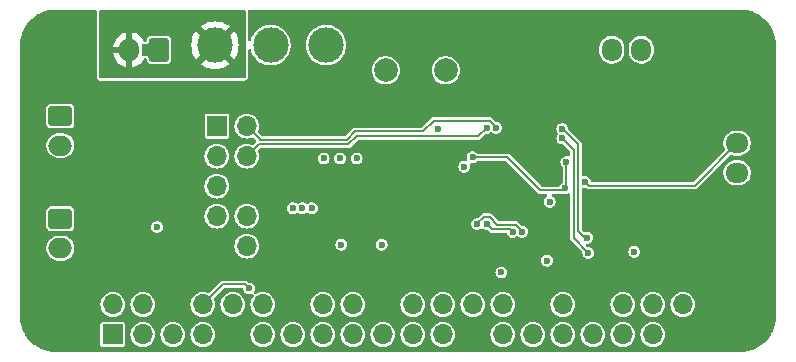
<source format=gbr>
%TF.GenerationSoftware,KiCad,Pcbnew,8.0.1-8.0.1-1~ubuntu22.04.1*%
%TF.CreationDate,2024-04-04T08:17:27+02:00*%
%TF.ProjectId,Ingenuity,496e6765-6e75-4697-9479-2e6b69636164,rev?*%
%TF.SameCoordinates,Original*%
%TF.FileFunction,Copper,L4,Bot*%
%TF.FilePolarity,Positive*%
%FSLAX46Y46*%
G04 Gerber Fmt 4.6, Leading zero omitted, Abs format (unit mm)*
G04 Created by KiCad (PCBNEW 8.0.1-8.0.1-1~ubuntu22.04.1) date 2024-04-04 08:17:27*
%MOMM*%
%LPD*%
G01*
G04 APERTURE LIST*
G04 Aperture macros list*
%AMRoundRect*
0 Rectangle with rounded corners*
0 $1 Rounding radius*
0 $2 $3 $4 $5 $6 $7 $8 $9 X,Y pos of 4 corners*
0 Add a 4 corners polygon primitive as box body*
4,1,4,$2,$3,$4,$5,$6,$7,$8,$9,$2,$3,0*
0 Add four circle primitives for the rounded corners*
1,1,$1+$1,$2,$3*
1,1,$1+$1,$4,$5*
1,1,$1+$1,$6,$7*
1,1,$1+$1,$8,$9*
0 Add four rect primitives between the rounded corners*
20,1,$1+$1,$2,$3,$4,$5,0*
20,1,$1+$1,$4,$5,$6,$7,0*
20,1,$1+$1,$6,$7,$8,$9,0*
20,1,$1+$1,$8,$9,$2,$3,0*%
G04 Aperture macros list end*
%TA.AperFunction,ComponentPad*%
%ADD10RoundRect,0.250000X0.600000X0.725000X-0.600000X0.725000X-0.600000X-0.725000X0.600000X-0.725000X0*%
%TD*%
%TA.AperFunction,ComponentPad*%
%ADD11O,1.700000X1.950000*%
%TD*%
%TA.AperFunction,ComponentPad*%
%ADD12RoundRect,0.250000X0.600000X0.750000X-0.600000X0.750000X-0.600000X-0.750000X0.600000X-0.750000X0*%
%TD*%
%TA.AperFunction,ComponentPad*%
%ADD13O,1.700000X2.000000*%
%TD*%
%TA.AperFunction,ComponentPad*%
%ADD14C,4.700000*%
%TD*%
%TA.AperFunction,ComponentPad*%
%ADD15C,3.000000*%
%TD*%
%TA.AperFunction,ComponentPad*%
%ADD16RoundRect,0.250000X-0.750000X0.600000X-0.750000X-0.600000X0.750000X-0.600000X0.750000X0.600000X0*%
%TD*%
%TA.AperFunction,ComponentPad*%
%ADD17O,2.000000X1.700000*%
%TD*%
%TA.AperFunction,ComponentPad*%
%ADD18R,1.700000X1.700000*%
%TD*%
%TA.AperFunction,ComponentPad*%
%ADD19O,1.700000X1.700000*%
%TD*%
%TA.AperFunction,ComponentPad*%
%ADD20C,2.000000*%
%TD*%
%TA.AperFunction,ComponentPad*%
%ADD21RoundRect,0.250000X0.725000X-0.600000X0.725000X0.600000X-0.725000X0.600000X-0.725000X-0.600000X0*%
%TD*%
%TA.AperFunction,ComponentPad*%
%ADD22O,1.950000X1.700000*%
%TD*%
%TA.AperFunction,ViaPad*%
%ADD23C,0.600000*%
%TD*%
%TA.AperFunction,Conductor*%
%ADD24C,0.200000*%
%TD*%
G04 APERTURE END LIST*
D10*
%TO.P,J4,1,Pin_1*%
%TO.N,GND*%
X201600000Y-50400000D03*
D11*
%TO.P,J4,2,Pin_2*%
%TO.N,+5V*%
X199100000Y-50400000D03*
%TO.P,J4,3,Pin_3*%
%TO.N,PWM3*%
X196600000Y-50400000D03*
%TD*%
D12*
%TO.P,J1,1,Pin_1*%
%TO.N,GND*%
X158250000Y-50400000D03*
D13*
%TO.P,J1,2,Pin_2*%
%TO.N,+BATT*%
X155750000Y-50400000D03*
%TD*%
D14*
%TO.P,H3,1,1*%
%TO.N,GND*%
X149500000Y-73000000D03*
%TD*%
D15*
%TO.P,SW1,1,A*%
%TO.N,Net-(SW1-A)*%
X172400000Y-50000000D03*
%TO.P,SW1,2,B*%
%TO.N,+7.5V*%
X167700000Y-50000000D03*
%TO.P,SW1,3,C*%
%TO.N,+BATT*%
X163000000Y-50000000D03*
%TD*%
D16*
%TO.P,J6,1,Pin_1*%
%TO.N,+7.5V*%
X149900000Y-64700000D03*
D17*
%TO.P,J6,2,Pin_2*%
%TO.N,Net-(J6-Pin_2)*%
X149900000Y-67200000D03*
%TD*%
D18*
%TO.P,J3,1,Pin_1*%
%TO.N,unconnected-(J3-Pin_1-Pad1)*%
X154340000Y-74500000D03*
D19*
%TO.P,J3,2,Pin_2*%
%TO.N,+5V*%
X154340000Y-71960000D03*
%TO.P,J3,3,Pin_3*%
%TO.N,unconnected-(J3-Pin_3-Pad3)*%
X156880000Y-74500000D03*
%TO.P,J3,4,Pin_4*%
%TO.N,+5V*%
X156880000Y-71960000D03*
%TO.P,J3,5,Pin_5*%
%TO.N,unconnected-(J3-Pin_5-Pad5)*%
X159420000Y-74500000D03*
%TO.P,J3,6,Pin_6*%
%TO.N,GND*%
X159420000Y-71960000D03*
%TO.P,J3,7,Pin_7*%
%TO.N,unconnected-(J3-Pin_7-Pad7)*%
X161960000Y-74500000D03*
%TO.P,J3,8,Pin_8*%
%TO.N,USART2_RX*%
X161960000Y-71960000D03*
%TO.P,J3,9,Pin_9*%
%TO.N,GND*%
X164500000Y-74500000D03*
%TO.P,J3,10,Pin_10*%
%TO.N,USART2_TX*%
X164500000Y-71960000D03*
%TO.P,J3,11,Pin_11*%
%TO.N,unconnected-(J3-Pin_11-Pad11)*%
X167040000Y-74500000D03*
%TO.P,J3,12,Pin_12*%
%TO.N,unconnected-(J3-Pin_12-Pad12)*%
X167040000Y-71960000D03*
%TO.P,J3,13,Pin_13*%
%TO.N,unconnected-(J3-Pin_13-Pad13)*%
X169580000Y-74500000D03*
%TO.P,J3,14,Pin_14*%
%TO.N,GND*%
X169580000Y-71960000D03*
%TO.P,J3,15,Pin_15*%
%TO.N,unconnected-(J3-Pin_15-Pad15)*%
X172120000Y-74500000D03*
%TO.P,J3,16,Pin_16*%
%TO.N,unconnected-(J3-Pin_16-Pad16)*%
X172120000Y-71960000D03*
%TO.P,J3,17,Pin_17*%
%TO.N,unconnected-(J3-Pin_17-Pad17)*%
X174660000Y-74500000D03*
%TO.P,J3,18,Pin_18*%
%TO.N,unconnected-(J3-Pin_18-Pad18)*%
X174660000Y-71960000D03*
%TO.P,J3,19,Pin_19*%
%TO.N,unconnected-(J3-Pin_19-Pad19)*%
X177200000Y-74500000D03*
%TO.P,J3,20,Pin_20*%
%TO.N,GND*%
X177200000Y-71960000D03*
%TO.P,J3,21,Pin_21*%
%TO.N,unconnected-(J3-Pin_21-Pad21)*%
X179740000Y-74500000D03*
%TO.P,J3,22,Pin_22*%
%TO.N,unconnected-(J3-Pin_22-Pad22)*%
X179740000Y-71960000D03*
%TO.P,J3,23,Pin_23*%
%TO.N,unconnected-(J3-Pin_23-Pad23)*%
X182280000Y-74500000D03*
%TO.P,J3,24,Pin_24*%
%TO.N,unconnected-(J3-Pin_24-Pad24)*%
X182280000Y-71960000D03*
%TO.P,J3,25,Pin_25*%
%TO.N,GND*%
X184820000Y-74500000D03*
%TO.P,J3,26,Pin_26*%
%TO.N,unconnected-(J3-Pin_26-Pad26)*%
X184820000Y-71960000D03*
%TO.P,J3,27,Pin_27*%
%TO.N,unconnected-(J3-Pin_27-Pad27)*%
X187360000Y-74500000D03*
%TO.P,J3,28,Pin_28*%
%TO.N,unconnected-(J3-Pin_28-Pad28)*%
X187360000Y-71960000D03*
%TO.P,J3,29,Pin_29*%
%TO.N,unconnected-(J3-Pin_29-Pad29)*%
X189900000Y-74500000D03*
%TO.P,J3,30,Pin_30*%
%TO.N,GND*%
X189900000Y-71960000D03*
%TO.P,J3,31,Pin_31*%
%TO.N,unconnected-(J3-Pin_31-Pad31)*%
X192440000Y-74500000D03*
%TO.P,J3,32,Pin_32*%
%TO.N,unconnected-(J3-Pin_32-Pad32)*%
X192440000Y-71960000D03*
%TO.P,J3,33,Pin_33*%
%TO.N,unconnected-(J3-Pin_33-Pad33)*%
X194980000Y-74500000D03*
%TO.P,J3,34,Pin_34*%
%TO.N,GND*%
X194980000Y-71960000D03*
%TO.P,J3,35,Pin_35*%
%TO.N,unconnected-(J3-Pin_35-Pad35)*%
X197520000Y-74500000D03*
%TO.P,J3,36,Pin_36*%
%TO.N,unconnected-(J3-Pin_36-Pad36)*%
X197520000Y-71960000D03*
%TO.P,J3,37,Pin_37*%
%TO.N,unconnected-(J3-Pin_37-Pad37)*%
X200060000Y-74500000D03*
%TO.P,J3,38,Pin_38*%
%TO.N,unconnected-(J3-Pin_38-Pad38)*%
X200060000Y-71960000D03*
%TO.P,J3,39,Pin_39*%
%TO.N,GND*%
X202600000Y-74500000D03*
%TO.P,J3,40,Pin_40*%
%TO.N,unconnected-(J3-Pin_40-Pad40)*%
X202600000Y-71960000D03*
%TD*%
D20*
%TO.P,U1,1,Vin*%
%TO.N,+7.5V*%
X177460000Y-52125000D03*
%TO.P,U1,2,GND*%
%TO.N,GND*%
X180000000Y-52125000D03*
%TO.P,U1,3,Vout*%
%TO.N,+5V*%
X182540000Y-52125000D03*
%TD*%
D21*
%TO.P,J5,1,Pin_1*%
%TO.N,GND*%
X207200000Y-63300000D03*
D22*
%TO.P,J5,2,Pin_2*%
%TO.N,+5V*%
X207200000Y-60800000D03*
%TO.P,J5,3,Pin_3*%
%TO.N,PWM4*%
X207200000Y-58300000D03*
%TD*%
D14*
%TO.P,H2,1,1*%
%TO.N,GND*%
X207500000Y-50000000D03*
%TD*%
D16*
%TO.P,J7,1,Pin_1*%
%TO.N,+7.5V*%
X149900000Y-56000000D03*
D17*
%TO.P,J7,2,Pin_2*%
%TO.N,Net-(J7-Pin_2)*%
X149900000Y-58500000D03*
%TD*%
D18*
%TO.P,J2,1,Pin_1*%
%TO.N,unconnected-(J2-Pin_1-Pad1)*%
X163160000Y-56860000D03*
D19*
%TO.P,J2,2,Pin_2*%
%TO.N,I2C1_SCL*%
X165700000Y-56860000D03*
%TO.P,J2,3,Pin_3*%
%TO.N,+3.3V*%
X163160000Y-59400000D03*
%TO.P,J2,4,Pin_4*%
%TO.N,I2C1_SDA*%
X165700000Y-59400000D03*
%TO.P,J2,5,Pin_5*%
%TO.N,+3.3V*%
X163160000Y-61940000D03*
%TO.P,J2,6,Pin_6*%
%TO.N,GND*%
X165700000Y-61940000D03*
%TO.P,J2,7,Pin_7*%
%TO.N,unconnected-(J2-Pin_7-Pad7)*%
X163160000Y-64480000D03*
%TO.P,J2,8,Pin_8*%
%TO.N,unconnected-(J2-Pin_8-Pad8)*%
X165700000Y-64480000D03*
%TO.P,J2,9,Pin_9*%
%TO.N,GND*%
X163160000Y-67020000D03*
%TO.P,J2,10,Pin_10*%
%TO.N,unconnected-(J2-Pin_10-Pad10)*%
X165700000Y-67020000D03*
%TD*%
D14*
%TO.P,H4,1,1*%
%TO.N,GND*%
X207500000Y-73000000D03*
%TD*%
%TO.P,H1,1,1*%
%TO.N,GND*%
X149500000Y-50000000D03*
%TD*%
D23*
%TO.N,GND*%
X191600000Y-47400000D03*
X189000000Y-47400000D03*
%TO.N,NRST*%
X192752971Y-59900000D03*
%TO.N,PWM4*%
X194351994Y-61604633D03*
%TO.N,+3.3V*%
X191334358Y-63256239D03*
%TO.N,NRST*%
X192619344Y-62112315D03*
%TO.N,+3.3V*%
X198500000Y-67500000D03*
%TO.N,SWCLK*%
X194500000Y-66300000D03*
%TO.N,SWDIO*%
X194600000Y-67600000D03*
%TO.N,GND*%
X201500000Y-62500000D03*
X201500000Y-66300000D03*
X201500000Y-65000000D03*
X192000000Y-63700000D03*
%TO.N,NRST*%
X184800000Y-59500000D03*
%TO.N,+5V*%
X169600000Y-63800000D03*
X171200000Y-63800000D03*
X173700000Y-66900000D03*
X170400000Y-63800000D03*
%TO.N,+3.3V*%
X173600000Y-59600000D03*
X191100000Y-68250000D03*
X181900000Y-57100000D03*
X172200000Y-59600000D03*
X175000000Y-59600000D03*
X187250000Y-69250000D03*
X177100000Y-66900000D03*
X184100000Y-60300000D03*
%TO.N,+7.5V*%
X158100000Y-65400000D03*
%TO.N,SWCLK*%
X192400000Y-57100000D03*
%TO.N,SWDIO*%
X192400000Y-57900000D03*
%TO.N,USART2_RX*%
X165900000Y-70600000D03*
%TO.N,I2C1_SDA*%
X186000000Y-57000000D03*
%TO.N,I2C1_SCL*%
X186800000Y-57000000D03*
%TO.N,SPI_CS*%
X189000003Y-65800000D03*
X185200000Y-65150000D03*
%TO.N,SPI1_SCK*%
X188200000Y-65800000D03*
X186000000Y-65150000D03*
%TO.N,GND*%
X180000000Y-69800000D03*
X180620000Y-61100000D03*
X184300000Y-62800000D03*
X171500000Y-68300000D03*
X153800000Y-55300000D03*
X170400000Y-56200000D03*
X155200000Y-64000000D03*
X184300000Y-65600000D03*
X176700000Y-53500000D03*
X180500000Y-65600000D03*
X159700000Y-69500000D03*
X195200000Y-55600000D03*
X184400000Y-54400000D03*
X191050000Y-67250000D03*
X190000000Y-57100000D03*
X169000000Y-57300000D03*
X171700000Y-57300000D03*
X185850000Y-67650000D03*
X180600000Y-58500000D03*
X170700000Y-53900000D03*
X193400000Y-55600000D03*
X188350000Y-69750000D03*
X153800000Y-64000000D03*
X181900000Y-54400000D03*
X161100000Y-67800000D03*
X180200000Y-55100000D03*
X155200000Y-55300000D03*
X154500000Y-55300000D03*
X169900000Y-67900000D03*
X177800000Y-68300000D03*
X178700000Y-61200000D03*
X154500000Y-64000000D03*
X190000000Y-62600000D03*
%TD*%
D24*
%TO.N,NRST*%
X192752971Y-59900000D02*
X192752971Y-61978688D01*
X192752971Y-61978688D02*
X192619344Y-62112315D01*
%TO.N,SWDIO*%
X192400000Y-57900000D02*
X193352971Y-58852971D01*
X193352971Y-58852971D02*
X193352971Y-66352971D01*
X193352971Y-66352971D02*
X194600000Y-67600000D01*
%TO.N,NRST*%
X192431659Y-62300000D02*
X190548529Y-62300000D01*
X192619344Y-62112315D02*
X192431659Y-62300000D01*
X190548529Y-62300000D02*
X187748529Y-59500000D01*
X187748529Y-59500000D02*
X184800000Y-59500000D01*
%TO.N,PWM4*%
X194647361Y-61900000D02*
X203600000Y-61900000D01*
X194351994Y-61604633D02*
X194647361Y-61900000D01*
X203600000Y-61900000D02*
X207200000Y-58300000D01*
%TO.N,SWCLK*%
X194500000Y-66300000D02*
X194300000Y-66300000D01*
X193752971Y-65752971D02*
X193752971Y-58404442D01*
X194300000Y-66300000D02*
X193752971Y-65752971D01*
X193752971Y-58404442D02*
X192448529Y-57100000D01*
X192448529Y-57100000D02*
X192400000Y-57100000D01*
%TO.N,USART2_RX*%
X163670000Y-70250000D02*
X161960000Y-71960000D01*
X165550000Y-70250000D02*
X163670000Y-70250000D01*
X165900000Y-70600000D02*
X165550000Y-70250000D01*
%TO.N,I2C1_SDA*%
X175000000Y-57700000D02*
X185300000Y-57700000D01*
X185300000Y-57700000D02*
X186000000Y-57000000D01*
X174300000Y-58400000D02*
X175000000Y-57700000D01*
X166700000Y-58400000D02*
X174300000Y-58400000D01*
X165700000Y-59400000D02*
X166700000Y-58400000D01*
%TO.N,I2C1_SCL*%
X174134314Y-58000000D02*
X166800000Y-58000000D01*
X180600000Y-57300000D02*
X174834314Y-57300000D01*
X181500000Y-56400000D02*
X180600000Y-57300000D01*
X186800000Y-56951471D02*
X186248529Y-56400000D01*
X186800000Y-57000000D02*
X186800000Y-56951471D01*
X166800000Y-57960000D02*
X165700000Y-56860000D01*
X186248529Y-56400000D02*
X181500000Y-56400000D01*
X174834314Y-57300000D02*
X174134314Y-58000000D01*
X166800000Y-58000000D02*
X166800000Y-57960000D01*
%TO.N,SPI_CS*%
X189000003Y-65751474D02*
X188448529Y-65200000D01*
X185200000Y-65101471D02*
X185200000Y-65150000D01*
X186248529Y-64550000D02*
X185751471Y-64550000D01*
X188448529Y-65200000D02*
X186898529Y-65200000D01*
X186898529Y-65200000D02*
X186248529Y-64550000D01*
X185751471Y-64550000D02*
X185200000Y-65101471D01*
X189000003Y-65800000D02*
X189000003Y-65751474D01*
%TO.N,SPI1_SCK*%
X186450000Y-65600000D02*
X186000000Y-65150000D01*
X188200000Y-65800000D02*
X188000000Y-65600000D01*
X188000000Y-65600000D02*
X186450000Y-65600000D01*
%TD*%
%TA.AperFunction,Conductor*%
%TO.N,GND*%
G36*
X152937539Y-47020185D02*
G01*
X152983294Y-47072989D01*
X152994500Y-47124500D01*
X152994500Y-52676007D01*
X152999197Y-52719686D01*
X153010397Y-52771174D01*
X153012890Y-52781372D01*
X153012891Y-52781375D01*
X153055899Y-52862083D01*
X153055901Y-52862086D01*
X153101660Y-52914895D01*
X153119242Y-52932839D01*
X153119246Y-52932843D01*
X153119247Y-52932844D01*
X153119249Y-52932845D01*
X153199059Y-52977488D01*
X153199063Y-52977490D01*
X153266102Y-52997175D01*
X153324000Y-53005500D01*
X153324004Y-53005500D01*
X165475991Y-53005500D01*
X165476000Y-53005500D01*
X165519684Y-53000803D01*
X165548875Y-52994452D01*
X165571174Y-52989602D01*
X165571190Y-52989598D01*
X165571195Y-52989597D01*
X165581373Y-52987110D01*
X165662085Y-52944100D01*
X165714889Y-52898345D01*
X165732843Y-52880754D01*
X165777490Y-52800937D01*
X165797175Y-52733898D01*
X165805500Y-52676000D01*
X165805500Y-52125000D01*
X176254357Y-52125000D01*
X176274884Y-52346535D01*
X176274885Y-52346537D01*
X176335769Y-52560523D01*
X176335775Y-52560538D01*
X176434938Y-52759683D01*
X176434943Y-52759691D01*
X176569020Y-52937238D01*
X176733437Y-53087123D01*
X176733439Y-53087125D01*
X176922595Y-53204245D01*
X176922596Y-53204245D01*
X176922599Y-53204247D01*
X177130060Y-53284618D01*
X177348757Y-53325500D01*
X177348759Y-53325500D01*
X177571241Y-53325500D01*
X177571243Y-53325500D01*
X177789940Y-53284618D01*
X177997401Y-53204247D01*
X178186562Y-53087124D01*
X178350981Y-52937236D01*
X178485058Y-52759689D01*
X178584229Y-52560528D01*
X178645115Y-52346536D01*
X178665643Y-52125000D01*
X181334357Y-52125000D01*
X181354884Y-52346535D01*
X181354885Y-52346537D01*
X181415769Y-52560523D01*
X181415775Y-52560538D01*
X181514938Y-52759683D01*
X181514943Y-52759691D01*
X181649020Y-52937238D01*
X181813437Y-53087123D01*
X181813439Y-53087125D01*
X182002595Y-53204245D01*
X182002596Y-53204245D01*
X182002599Y-53204247D01*
X182210060Y-53284618D01*
X182428757Y-53325500D01*
X182428759Y-53325500D01*
X182651241Y-53325500D01*
X182651243Y-53325500D01*
X182869940Y-53284618D01*
X183077401Y-53204247D01*
X183266562Y-53087124D01*
X183430981Y-52937236D01*
X183565058Y-52759689D01*
X183664229Y-52560528D01*
X183725115Y-52346536D01*
X183745643Y-52125000D01*
X183725115Y-51903464D01*
X183664229Y-51689472D01*
X183650804Y-51662511D01*
X183565061Y-51490316D01*
X183565056Y-51490308D01*
X183430979Y-51312761D01*
X183266562Y-51162876D01*
X183266560Y-51162874D01*
X183077404Y-51045754D01*
X183077398Y-51045752D01*
X183077344Y-51045731D01*
X182869940Y-50965382D01*
X182651243Y-50924500D01*
X182428757Y-50924500D01*
X182210060Y-50965382D01*
X182126057Y-50997925D01*
X182002601Y-51045752D01*
X182002595Y-51045754D01*
X181813439Y-51162874D01*
X181813437Y-51162876D01*
X181649020Y-51312761D01*
X181514943Y-51490308D01*
X181514938Y-51490316D01*
X181415775Y-51689461D01*
X181415769Y-51689476D01*
X181354885Y-51903462D01*
X181354884Y-51903464D01*
X181334357Y-52124999D01*
X181334357Y-52125000D01*
X178665643Y-52125000D01*
X178645115Y-51903464D01*
X178584229Y-51689472D01*
X178570804Y-51662511D01*
X178485061Y-51490316D01*
X178485056Y-51490308D01*
X178350979Y-51312761D01*
X178186562Y-51162876D01*
X178186560Y-51162874D01*
X177997404Y-51045754D01*
X177997398Y-51045752D01*
X177997344Y-51045731D01*
X177789940Y-50965382D01*
X177571243Y-50924500D01*
X177348757Y-50924500D01*
X177130060Y-50965382D01*
X177046057Y-50997925D01*
X176922601Y-51045752D01*
X176922595Y-51045754D01*
X176733439Y-51162874D01*
X176733437Y-51162876D01*
X176569020Y-51312761D01*
X176434943Y-51490308D01*
X176434938Y-51490316D01*
X176335775Y-51689461D01*
X176335769Y-51689476D01*
X176274885Y-51903462D01*
X176274884Y-51903464D01*
X176254357Y-52124999D01*
X176254357Y-52125000D01*
X165805500Y-52125000D01*
X165805500Y-50442163D01*
X165825185Y-50375124D01*
X165877989Y-50329369D01*
X165947147Y-50319425D01*
X166010703Y-50348450D01*
X166048477Y-50407228D01*
X166050391Y-50414570D01*
X166070492Y-50502637D01*
X166163607Y-50739888D01*
X166291041Y-50960612D01*
X166449950Y-51159877D01*
X166636783Y-51333232D01*
X166847366Y-51476805D01*
X166847371Y-51476807D01*
X166847372Y-51476808D01*
X166847373Y-51476809D01*
X166955459Y-51528860D01*
X167076992Y-51587387D01*
X167076993Y-51587387D01*
X167076996Y-51587389D01*
X167320542Y-51662513D01*
X167572565Y-51700500D01*
X167827435Y-51700500D01*
X168079458Y-51662513D01*
X168323004Y-51587389D01*
X168552634Y-51476805D01*
X168763217Y-51333232D01*
X168950050Y-51159877D01*
X169108959Y-50960612D01*
X169236393Y-50739888D01*
X169329508Y-50502637D01*
X169386222Y-50254157D01*
X169394384Y-50145232D01*
X169405268Y-50000004D01*
X170694732Y-50000004D01*
X170713777Y-50254154D01*
X170735299Y-50348450D01*
X170770492Y-50502637D01*
X170863607Y-50739888D01*
X170991041Y-50960612D01*
X171149950Y-51159877D01*
X171336783Y-51333232D01*
X171547366Y-51476805D01*
X171547371Y-51476807D01*
X171547372Y-51476808D01*
X171547373Y-51476809D01*
X171655459Y-51528860D01*
X171776992Y-51587387D01*
X171776993Y-51587387D01*
X171776996Y-51587389D01*
X172020542Y-51662513D01*
X172272565Y-51700500D01*
X172527435Y-51700500D01*
X172779458Y-51662513D01*
X173023004Y-51587389D01*
X173252634Y-51476805D01*
X173463217Y-51333232D01*
X173650050Y-51159877D01*
X173808959Y-50960612D01*
X173936393Y-50739888D01*
X173980122Y-50628469D01*
X195549500Y-50628469D01*
X195589868Y-50831412D01*
X195589870Y-50831420D01*
X195645688Y-50966177D01*
X195669059Y-51022598D01*
X195723031Y-51103374D01*
X195784024Y-51194657D01*
X195930342Y-51340975D01*
X195930345Y-51340977D01*
X196102402Y-51455941D01*
X196293580Y-51535130D01*
X196496530Y-51575499D01*
X196496534Y-51575500D01*
X196496535Y-51575500D01*
X196703466Y-51575500D01*
X196703467Y-51575499D01*
X196906420Y-51535130D01*
X197097598Y-51455941D01*
X197269655Y-51340977D01*
X197415977Y-51194655D01*
X197530941Y-51022598D01*
X197610130Y-50831420D01*
X197650499Y-50628469D01*
X198049500Y-50628469D01*
X198089868Y-50831412D01*
X198089870Y-50831420D01*
X198145688Y-50966177D01*
X198169059Y-51022598D01*
X198223031Y-51103374D01*
X198284024Y-51194657D01*
X198430342Y-51340975D01*
X198430345Y-51340977D01*
X198602402Y-51455941D01*
X198793580Y-51535130D01*
X198996530Y-51575499D01*
X198996534Y-51575500D01*
X198996535Y-51575500D01*
X199203466Y-51575500D01*
X199203467Y-51575499D01*
X199406420Y-51535130D01*
X199597598Y-51455941D01*
X199769655Y-51340977D01*
X199915977Y-51194655D01*
X200030941Y-51022598D01*
X200110130Y-50831420D01*
X200150500Y-50628465D01*
X200150500Y-50171535D01*
X200110130Y-49968580D01*
X200030941Y-49777402D01*
X199915977Y-49605345D01*
X199915975Y-49605342D01*
X199769657Y-49459024D01*
X199646928Y-49377020D01*
X199597598Y-49344059D01*
X199406420Y-49264870D01*
X199406412Y-49264868D01*
X199203469Y-49224500D01*
X199203465Y-49224500D01*
X198996535Y-49224500D01*
X198996530Y-49224500D01*
X198793587Y-49264868D01*
X198793579Y-49264870D01*
X198602403Y-49344058D01*
X198430342Y-49459024D01*
X198284024Y-49605342D01*
X198169058Y-49777403D01*
X198089870Y-49968579D01*
X198089868Y-49968587D01*
X198049500Y-50171530D01*
X198049500Y-50628469D01*
X197650499Y-50628469D01*
X197650500Y-50628465D01*
X197650500Y-50171535D01*
X197610130Y-49968580D01*
X197530941Y-49777402D01*
X197415977Y-49605345D01*
X197415975Y-49605342D01*
X197269657Y-49459024D01*
X197146928Y-49377020D01*
X197097598Y-49344059D01*
X196906420Y-49264870D01*
X196906412Y-49264868D01*
X196703469Y-49224500D01*
X196703465Y-49224500D01*
X196496535Y-49224500D01*
X196496530Y-49224500D01*
X196293587Y-49264868D01*
X196293579Y-49264870D01*
X196102403Y-49344058D01*
X195930342Y-49459024D01*
X195784024Y-49605342D01*
X195669058Y-49777403D01*
X195589870Y-49968579D01*
X195589868Y-49968587D01*
X195549500Y-50171530D01*
X195549500Y-50628469D01*
X173980122Y-50628469D01*
X174029508Y-50502637D01*
X174086222Y-50254157D01*
X174094384Y-50145232D01*
X174105268Y-50000004D01*
X174105268Y-49999995D01*
X174090987Y-49809426D01*
X174086222Y-49745843D01*
X174029508Y-49497363D01*
X173936393Y-49260112D01*
X173808959Y-49039388D01*
X173650050Y-48840123D01*
X173463217Y-48666768D01*
X173252634Y-48523195D01*
X173252630Y-48523193D01*
X173252627Y-48523191D01*
X173252626Y-48523190D01*
X173023006Y-48412612D01*
X173023008Y-48412612D01*
X172779466Y-48337489D01*
X172779462Y-48337488D01*
X172779458Y-48337487D01*
X172658231Y-48319214D01*
X172527440Y-48299500D01*
X172527435Y-48299500D01*
X172272565Y-48299500D01*
X172272559Y-48299500D01*
X172115609Y-48323157D01*
X172020542Y-48337487D01*
X172020539Y-48337488D01*
X172020533Y-48337489D01*
X171776992Y-48412612D01*
X171547373Y-48523190D01*
X171547372Y-48523191D01*
X171336782Y-48666768D01*
X171149952Y-48840121D01*
X171149950Y-48840123D01*
X170991041Y-49039388D01*
X170863608Y-49260109D01*
X170770492Y-49497362D01*
X170770490Y-49497369D01*
X170713777Y-49745845D01*
X170694732Y-49999995D01*
X170694732Y-50000004D01*
X169405268Y-50000004D01*
X169405268Y-49999995D01*
X169390987Y-49809426D01*
X169386222Y-49745843D01*
X169329508Y-49497363D01*
X169236393Y-49260112D01*
X169108959Y-49039388D01*
X168950050Y-48840123D01*
X168763217Y-48666768D01*
X168552634Y-48523195D01*
X168552630Y-48523193D01*
X168552627Y-48523191D01*
X168552626Y-48523190D01*
X168323006Y-48412612D01*
X168323008Y-48412612D01*
X168079466Y-48337489D01*
X168079462Y-48337488D01*
X168079458Y-48337487D01*
X167958231Y-48319214D01*
X167827440Y-48299500D01*
X167827435Y-48299500D01*
X167572565Y-48299500D01*
X167572559Y-48299500D01*
X167415609Y-48323157D01*
X167320542Y-48337487D01*
X167320539Y-48337488D01*
X167320533Y-48337489D01*
X167076992Y-48412612D01*
X166847373Y-48523190D01*
X166847372Y-48523191D01*
X166636782Y-48666768D01*
X166449952Y-48840121D01*
X166449950Y-48840123D01*
X166291041Y-49039388D01*
X166163608Y-49260109D01*
X166070492Y-49497362D01*
X166070490Y-49497369D01*
X166050391Y-49585429D01*
X166016282Y-49646407D01*
X165954621Y-49679265D01*
X165884983Y-49673570D01*
X165829480Y-49631130D01*
X165805732Y-49565420D01*
X165805500Y-49557836D01*
X165805500Y-47124500D01*
X165825185Y-47057461D01*
X165877989Y-47011706D01*
X165929500Y-47000500D01*
X207434108Y-47000500D01*
X207496754Y-47000500D01*
X207503244Y-47000670D01*
X207807046Y-47016592D01*
X207819953Y-47017949D01*
X207891654Y-47029305D01*
X208117209Y-47065028D01*
X208129896Y-47067724D01*
X208420625Y-47145625D01*
X208432965Y-47149635D01*
X208713938Y-47257490D01*
X208725790Y-47262767D01*
X208993968Y-47399411D01*
X209005199Y-47405896D01*
X209257608Y-47569812D01*
X209268109Y-47577441D01*
X209502010Y-47766850D01*
X209511655Y-47775535D01*
X209724464Y-47988344D01*
X209733149Y-47997989D01*
X209922558Y-48231890D01*
X209930187Y-48242391D01*
X210094101Y-48494796D01*
X210100591Y-48506036D01*
X210237231Y-48774206D01*
X210242510Y-48786064D01*
X210350363Y-49067033D01*
X210354374Y-49079376D01*
X210432273Y-49370097D01*
X210434971Y-49382794D01*
X210482050Y-49680046D01*
X210483407Y-49692953D01*
X210499330Y-49996754D01*
X210499500Y-50003244D01*
X210499500Y-72996753D01*
X210499330Y-73003243D01*
X210483407Y-73307046D01*
X210482050Y-73319953D01*
X210434971Y-73617205D01*
X210432273Y-73629902D01*
X210354374Y-73920623D01*
X210350363Y-73932966D01*
X210242510Y-74213935D01*
X210237231Y-74225793D01*
X210100591Y-74493963D01*
X210094101Y-74505203D01*
X209930187Y-74757608D01*
X209922558Y-74768109D01*
X209733149Y-75002010D01*
X209724464Y-75011655D01*
X209511655Y-75224464D01*
X209502010Y-75233149D01*
X209268109Y-75422558D01*
X209257608Y-75430187D01*
X209005203Y-75594101D01*
X208993963Y-75600591D01*
X208725793Y-75737231D01*
X208713935Y-75742510D01*
X208432966Y-75850363D01*
X208420623Y-75854374D01*
X208129902Y-75932273D01*
X208117205Y-75934971D01*
X207819953Y-75982050D01*
X207807046Y-75983407D01*
X207503244Y-75999330D01*
X207496754Y-75999500D01*
X149503246Y-75999500D01*
X149496756Y-75999330D01*
X149192953Y-75983407D01*
X149180046Y-75982050D01*
X148882794Y-75934971D01*
X148870097Y-75932273D01*
X148579376Y-75854374D01*
X148567033Y-75850363D01*
X148286064Y-75742510D01*
X148274206Y-75737231D01*
X148006036Y-75600591D01*
X147994796Y-75594101D01*
X147742391Y-75430187D01*
X147731890Y-75422558D01*
X147666680Y-75369752D01*
X153289500Y-75369752D01*
X153301131Y-75428229D01*
X153301132Y-75428230D01*
X153345447Y-75494552D01*
X153411769Y-75538867D01*
X153411770Y-75538868D01*
X153470247Y-75550499D01*
X153470250Y-75550500D01*
X153470252Y-75550500D01*
X155209750Y-75550500D01*
X155209751Y-75550499D01*
X155224568Y-75547552D01*
X155268229Y-75538868D01*
X155268229Y-75538867D01*
X155268231Y-75538867D01*
X155334552Y-75494552D01*
X155378867Y-75428231D01*
X155378867Y-75428229D01*
X155378868Y-75428229D01*
X155390499Y-75369752D01*
X155390500Y-75369750D01*
X155390500Y-74500000D01*
X155824417Y-74500000D01*
X155844699Y-74705932D01*
X155844700Y-74705934D01*
X155904768Y-74903954D01*
X156002315Y-75086450D01*
X156002317Y-75086452D01*
X156133589Y-75246410D01*
X156230209Y-75325702D01*
X156293550Y-75377685D01*
X156476046Y-75475232D01*
X156674066Y-75535300D01*
X156674065Y-75535300D01*
X156692529Y-75537118D01*
X156880000Y-75555583D01*
X157085934Y-75535300D01*
X157283954Y-75475232D01*
X157466450Y-75377685D01*
X157626410Y-75246410D01*
X157757685Y-75086450D01*
X157855232Y-74903954D01*
X157915300Y-74705934D01*
X157935583Y-74500000D01*
X158364417Y-74500000D01*
X158384699Y-74705932D01*
X158384700Y-74705934D01*
X158444768Y-74903954D01*
X158542315Y-75086450D01*
X158542317Y-75086452D01*
X158673589Y-75246410D01*
X158770209Y-75325702D01*
X158833550Y-75377685D01*
X159016046Y-75475232D01*
X159214066Y-75535300D01*
X159214065Y-75535300D01*
X159232529Y-75537118D01*
X159420000Y-75555583D01*
X159625934Y-75535300D01*
X159823954Y-75475232D01*
X160006450Y-75377685D01*
X160166410Y-75246410D01*
X160297685Y-75086450D01*
X160395232Y-74903954D01*
X160455300Y-74705934D01*
X160475583Y-74500000D01*
X160904417Y-74500000D01*
X160924699Y-74705932D01*
X160924700Y-74705934D01*
X160984768Y-74903954D01*
X161082315Y-75086450D01*
X161082317Y-75086452D01*
X161213589Y-75246410D01*
X161310209Y-75325702D01*
X161373550Y-75377685D01*
X161556046Y-75475232D01*
X161754066Y-75535300D01*
X161754065Y-75535300D01*
X161772529Y-75537118D01*
X161960000Y-75555583D01*
X162165934Y-75535300D01*
X162363954Y-75475232D01*
X162546450Y-75377685D01*
X162706410Y-75246410D01*
X162837685Y-75086450D01*
X162935232Y-74903954D01*
X162995300Y-74705934D01*
X163015583Y-74500000D01*
X165984417Y-74500000D01*
X166004699Y-74705932D01*
X166004700Y-74705934D01*
X166064768Y-74903954D01*
X166162315Y-75086450D01*
X166162317Y-75086452D01*
X166293589Y-75246410D01*
X166390209Y-75325702D01*
X166453550Y-75377685D01*
X166636046Y-75475232D01*
X166834066Y-75535300D01*
X166834065Y-75535300D01*
X166852529Y-75537118D01*
X167040000Y-75555583D01*
X167245934Y-75535300D01*
X167443954Y-75475232D01*
X167626450Y-75377685D01*
X167786410Y-75246410D01*
X167917685Y-75086450D01*
X168015232Y-74903954D01*
X168075300Y-74705934D01*
X168095583Y-74500000D01*
X168524417Y-74500000D01*
X168544699Y-74705932D01*
X168544700Y-74705934D01*
X168604768Y-74903954D01*
X168702315Y-75086450D01*
X168702317Y-75086452D01*
X168833589Y-75246410D01*
X168930209Y-75325702D01*
X168993550Y-75377685D01*
X169176046Y-75475232D01*
X169374066Y-75535300D01*
X169374065Y-75535300D01*
X169392529Y-75537118D01*
X169580000Y-75555583D01*
X169785934Y-75535300D01*
X169983954Y-75475232D01*
X170166450Y-75377685D01*
X170326410Y-75246410D01*
X170457685Y-75086450D01*
X170555232Y-74903954D01*
X170615300Y-74705934D01*
X170635583Y-74500000D01*
X171064417Y-74500000D01*
X171084699Y-74705932D01*
X171084700Y-74705934D01*
X171144768Y-74903954D01*
X171242315Y-75086450D01*
X171242317Y-75086452D01*
X171373589Y-75246410D01*
X171470209Y-75325702D01*
X171533550Y-75377685D01*
X171716046Y-75475232D01*
X171914066Y-75535300D01*
X171914065Y-75535300D01*
X171932529Y-75537118D01*
X172120000Y-75555583D01*
X172325934Y-75535300D01*
X172523954Y-75475232D01*
X172706450Y-75377685D01*
X172866410Y-75246410D01*
X172997685Y-75086450D01*
X173095232Y-74903954D01*
X173155300Y-74705934D01*
X173175583Y-74500000D01*
X173604417Y-74500000D01*
X173624699Y-74705932D01*
X173624700Y-74705934D01*
X173684768Y-74903954D01*
X173782315Y-75086450D01*
X173782317Y-75086452D01*
X173913589Y-75246410D01*
X174010209Y-75325702D01*
X174073550Y-75377685D01*
X174256046Y-75475232D01*
X174454066Y-75535300D01*
X174454065Y-75535300D01*
X174472529Y-75537118D01*
X174660000Y-75555583D01*
X174865934Y-75535300D01*
X175063954Y-75475232D01*
X175246450Y-75377685D01*
X175406410Y-75246410D01*
X175537685Y-75086450D01*
X175635232Y-74903954D01*
X175695300Y-74705934D01*
X175715583Y-74500000D01*
X176144417Y-74500000D01*
X176164699Y-74705932D01*
X176164700Y-74705934D01*
X176224768Y-74903954D01*
X176322315Y-75086450D01*
X176322317Y-75086452D01*
X176453589Y-75246410D01*
X176550209Y-75325702D01*
X176613550Y-75377685D01*
X176796046Y-75475232D01*
X176994066Y-75535300D01*
X176994065Y-75535300D01*
X177012529Y-75537118D01*
X177200000Y-75555583D01*
X177405934Y-75535300D01*
X177603954Y-75475232D01*
X177786450Y-75377685D01*
X177946410Y-75246410D01*
X178077685Y-75086450D01*
X178175232Y-74903954D01*
X178235300Y-74705934D01*
X178255583Y-74500000D01*
X178684417Y-74500000D01*
X178704699Y-74705932D01*
X178704700Y-74705934D01*
X178764768Y-74903954D01*
X178862315Y-75086450D01*
X178862317Y-75086452D01*
X178993589Y-75246410D01*
X179090209Y-75325702D01*
X179153550Y-75377685D01*
X179336046Y-75475232D01*
X179534066Y-75535300D01*
X179534065Y-75535300D01*
X179552529Y-75537118D01*
X179740000Y-75555583D01*
X179945934Y-75535300D01*
X180143954Y-75475232D01*
X180326450Y-75377685D01*
X180486410Y-75246410D01*
X180617685Y-75086450D01*
X180715232Y-74903954D01*
X180775300Y-74705934D01*
X180795583Y-74500000D01*
X181224417Y-74500000D01*
X181244699Y-74705932D01*
X181244700Y-74705934D01*
X181304768Y-74903954D01*
X181402315Y-75086450D01*
X181402317Y-75086452D01*
X181533589Y-75246410D01*
X181630209Y-75325702D01*
X181693550Y-75377685D01*
X181876046Y-75475232D01*
X182074066Y-75535300D01*
X182074065Y-75535300D01*
X182092529Y-75537118D01*
X182280000Y-75555583D01*
X182485934Y-75535300D01*
X182683954Y-75475232D01*
X182866450Y-75377685D01*
X183026410Y-75246410D01*
X183157685Y-75086450D01*
X183255232Y-74903954D01*
X183315300Y-74705934D01*
X183335583Y-74500000D01*
X186304417Y-74500000D01*
X186324699Y-74705932D01*
X186324700Y-74705934D01*
X186384768Y-74903954D01*
X186482315Y-75086450D01*
X186482317Y-75086452D01*
X186613589Y-75246410D01*
X186710209Y-75325702D01*
X186773550Y-75377685D01*
X186956046Y-75475232D01*
X187154066Y-75535300D01*
X187154065Y-75535300D01*
X187172529Y-75537118D01*
X187360000Y-75555583D01*
X187565934Y-75535300D01*
X187763954Y-75475232D01*
X187946450Y-75377685D01*
X188106410Y-75246410D01*
X188237685Y-75086450D01*
X188335232Y-74903954D01*
X188395300Y-74705934D01*
X188415583Y-74500000D01*
X188844417Y-74500000D01*
X188864699Y-74705932D01*
X188864700Y-74705934D01*
X188924768Y-74903954D01*
X189022315Y-75086450D01*
X189022317Y-75086452D01*
X189153589Y-75246410D01*
X189250209Y-75325702D01*
X189313550Y-75377685D01*
X189496046Y-75475232D01*
X189694066Y-75535300D01*
X189694065Y-75535300D01*
X189712529Y-75537118D01*
X189900000Y-75555583D01*
X190105934Y-75535300D01*
X190303954Y-75475232D01*
X190486450Y-75377685D01*
X190646410Y-75246410D01*
X190777685Y-75086450D01*
X190875232Y-74903954D01*
X190935300Y-74705934D01*
X190955583Y-74500000D01*
X191384417Y-74500000D01*
X191404699Y-74705932D01*
X191404700Y-74705934D01*
X191464768Y-74903954D01*
X191562315Y-75086450D01*
X191562317Y-75086452D01*
X191693589Y-75246410D01*
X191790209Y-75325702D01*
X191853550Y-75377685D01*
X192036046Y-75475232D01*
X192234066Y-75535300D01*
X192234065Y-75535300D01*
X192252529Y-75537118D01*
X192440000Y-75555583D01*
X192645934Y-75535300D01*
X192843954Y-75475232D01*
X193026450Y-75377685D01*
X193186410Y-75246410D01*
X193317685Y-75086450D01*
X193415232Y-74903954D01*
X193475300Y-74705934D01*
X193495583Y-74500000D01*
X193924417Y-74500000D01*
X193944699Y-74705932D01*
X193944700Y-74705934D01*
X194004768Y-74903954D01*
X194102315Y-75086450D01*
X194102317Y-75086452D01*
X194233589Y-75246410D01*
X194330209Y-75325702D01*
X194393550Y-75377685D01*
X194576046Y-75475232D01*
X194774066Y-75535300D01*
X194774065Y-75535300D01*
X194792529Y-75537118D01*
X194980000Y-75555583D01*
X195185934Y-75535300D01*
X195383954Y-75475232D01*
X195566450Y-75377685D01*
X195726410Y-75246410D01*
X195857685Y-75086450D01*
X195955232Y-74903954D01*
X196015300Y-74705934D01*
X196035583Y-74500000D01*
X196464417Y-74500000D01*
X196484699Y-74705932D01*
X196484700Y-74705934D01*
X196544768Y-74903954D01*
X196642315Y-75086450D01*
X196642317Y-75086452D01*
X196773589Y-75246410D01*
X196870209Y-75325702D01*
X196933550Y-75377685D01*
X197116046Y-75475232D01*
X197314066Y-75535300D01*
X197314065Y-75535300D01*
X197332529Y-75537118D01*
X197520000Y-75555583D01*
X197725934Y-75535300D01*
X197923954Y-75475232D01*
X198106450Y-75377685D01*
X198266410Y-75246410D01*
X198397685Y-75086450D01*
X198495232Y-74903954D01*
X198555300Y-74705934D01*
X198575583Y-74500000D01*
X199004417Y-74500000D01*
X199024699Y-74705932D01*
X199024700Y-74705934D01*
X199084768Y-74903954D01*
X199182315Y-75086450D01*
X199182317Y-75086452D01*
X199313589Y-75246410D01*
X199410209Y-75325702D01*
X199473550Y-75377685D01*
X199656046Y-75475232D01*
X199854066Y-75535300D01*
X199854065Y-75535300D01*
X199872529Y-75537118D01*
X200060000Y-75555583D01*
X200265934Y-75535300D01*
X200463954Y-75475232D01*
X200646450Y-75377685D01*
X200806410Y-75246410D01*
X200937685Y-75086450D01*
X201035232Y-74903954D01*
X201095300Y-74705934D01*
X201115583Y-74500000D01*
X201095300Y-74294066D01*
X201035232Y-74096046D01*
X200937685Y-73913550D01*
X200885702Y-73850209D01*
X200806410Y-73753589D01*
X200656121Y-73630252D01*
X200646450Y-73622315D01*
X200463954Y-73524768D01*
X200265934Y-73464700D01*
X200265932Y-73464699D01*
X200265934Y-73464699D01*
X200060000Y-73444417D01*
X199854067Y-73464699D01*
X199656043Y-73524769D01*
X199568114Y-73571769D01*
X199473550Y-73622315D01*
X199473548Y-73622316D01*
X199473547Y-73622317D01*
X199313589Y-73753589D01*
X199182317Y-73913547D01*
X199182315Y-73913550D01*
X199171937Y-73932966D01*
X199084769Y-74096043D01*
X199024699Y-74294067D01*
X199004417Y-74500000D01*
X198575583Y-74500000D01*
X198555300Y-74294066D01*
X198495232Y-74096046D01*
X198397685Y-73913550D01*
X198345702Y-73850209D01*
X198266410Y-73753589D01*
X198116121Y-73630252D01*
X198106450Y-73622315D01*
X197923954Y-73524768D01*
X197725934Y-73464700D01*
X197725932Y-73464699D01*
X197725934Y-73464699D01*
X197520000Y-73444417D01*
X197314067Y-73464699D01*
X197116043Y-73524769D01*
X197028114Y-73571769D01*
X196933550Y-73622315D01*
X196933548Y-73622316D01*
X196933547Y-73622317D01*
X196773589Y-73753589D01*
X196642317Y-73913547D01*
X196642315Y-73913550D01*
X196631937Y-73932966D01*
X196544769Y-74096043D01*
X196484699Y-74294067D01*
X196464417Y-74500000D01*
X196035583Y-74500000D01*
X196015300Y-74294066D01*
X195955232Y-74096046D01*
X195857685Y-73913550D01*
X195805702Y-73850209D01*
X195726410Y-73753589D01*
X195576121Y-73630252D01*
X195566450Y-73622315D01*
X195383954Y-73524768D01*
X195185934Y-73464700D01*
X195185932Y-73464699D01*
X195185934Y-73464699D01*
X194980000Y-73444417D01*
X194774067Y-73464699D01*
X194576043Y-73524769D01*
X194488114Y-73571769D01*
X194393550Y-73622315D01*
X194393548Y-73622316D01*
X194393547Y-73622317D01*
X194233589Y-73753589D01*
X194102317Y-73913547D01*
X194102315Y-73913550D01*
X194091937Y-73932966D01*
X194004769Y-74096043D01*
X193944699Y-74294067D01*
X193924417Y-74500000D01*
X193495583Y-74500000D01*
X193475300Y-74294066D01*
X193415232Y-74096046D01*
X193317685Y-73913550D01*
X193265702Y-73850209D01*
X193186410Y-73753589D01*
X193036121Y-73630252D01*
X193026450Y-73622315D01*
X192843954Y-73524768D01*
X192645934Y-73464700D01*
X192645932Y-73464699D01*
X192645934Y-73464699D01*
X192440000Y-73444417D01*
X192234067Y-73464699D01*
X192036043Y-73524769D01*
X191948114Y-73571769D01*
X191853550Y-73622315D01*
X191853548Y-73622316D01*
X191853547Y-73622317D01*
X191693589Y-73753589D01*
X191562317Y-73913547D01*
X191562315Y-73913550D01*
X191551937Y-73932966D01*
X191464769Y-74096043D01*
X191404699Y-74294067D01*
X191384417Y-74500000D01*
X190955583Y-74500000D01*
X190935300Y-74294066D01*
X190875232Y-74096046D01*
X190777685Y-73913550D01*
X190725702Y-73850209D01*
X190646410Y-73753589D01*
X190496121Y-73630252D01*
X190486450Y-73622315D01*
X190303954Y-73524768D01*
X190105934Y-73464700D01*
X190105932Y-73464699D01*
X190105934Y-73464699D01*
X189900000Y-73444417D01*
X189694067Y-73464699D01*
X189496043Y-73524769D01*
X189408114Y-73571769D01*
X189313550Y-73622315D01*
X189313548Y-73622316D01*
X189313547Y-73622317D01*
X189153589Y-73753589D01*
X189022317Y-73913547D01*
X189022315Y-73913550D01*
X189011937Y-73932966D01*
X188924769Y-74096043D01*
X188864699Y-74294067D01*
X188844417Y-74500000D01*
X188415583Y-74500000D01*
X188395300Y-74294066D01*
X188335232Y-74096046D01*
X188237685Y-73913550D01*
X188185702Y-73850209D01*
X188106410Y-73753589D01*
X187956121Y-73630252D01*
X187946450Y-73622315D01*
X187763954Y-73524768D01*
X187565934Y-73464700D01*
X187565932Y-73464699D01*
X187565934Y-73464699D01*
X187360000Y-73444417D01*
X187154067Y-73464699D01*
X186956043Y-73524769D01*
X186868114Y-73571769D01*
X186773550Y-73622315D01*
X186773548Y-73622316D01*
X186773547Y-73622317D01*
X186613589Y-73753589D01*
X186482317Y-73913547D01*
X186482315Y-73913550D01*
X186471937Y-73932966D01*
X186384769Y-74096043D01*
X186324699Y-74294067D01*
X186304417Y-74500000D01*
X183335583Y-74500000D01*
X183315300Y-74294066D01*
X183255232Y-74096046D01*
X183157685Y-73913550D01*
X183105702Y-73850209D01*
X183026410Y-73753589D01*
X182876121Y-73630252D01*
X182866450Y-73622315D01*
X182683954Y-73524768D01*
X182485934Y-73464700D01*
X182485932Y-73464699D01*
X182485934Y-73464699D01*
X182280000Y-73444417D01*
X182074067Y-73464699D01*
X181876043Y-73524769D01*
X181788114Y-73571769D01*
X181693550Y-73622315D01*
X181693548Y-73622316D01*
X181693547Y-73622317D01*
X181533589Y-73753589D01*
X181402317Y-73913547D01*
X181402315Y-73913550D01*
X181391937Y-73932966D01*
X181304769Y-74096043D01*
X181244699Y-74294067D01*
X181224417Y-74500000D01*
X180795583Y-74500000D01*
X180775300Y-74294066D01*
X180715232Y-74096046D01*
X180617685Y-73913550D01*
X180565702Y-73850209D01*
X180486410Y-73753589D01*
X180336121Y-73630252D01*
X180326450Y-73622315D01*
X180143954Y-73524768D01*
X179945934Y-73464700D01*
X179945932Y-73464699D01*
X179945934Y-73464699D01*
X179740000Y-73444417D01*
X179534067Y-73464699D01*
X179336043Y-73524769D01*
X179248114Y-73571769D01*
X179153550Y-73622315D01*
X179153548Y-73622316D01*
X179153547Y-73622317D01*
X178993589Y-73753589D01*
X178862317Y-73913547D01*
X178862315Y-73913550D01*
X178851937Y-73932966D01*
X178764769Y-74096043D01*
X178704699Y-74294067D01*
X178684417Y-74500000D01*
X178255583Y-74500000D01*
X178235300Y-74294066D01*
X178175232Y-74096046D01*
X178077685Y-73913550D01*
X178025702Y-73850209D01*
X177946410Y-73753589D01*
X177796121Y-73630252D01*
X177786450Y-73622315D01*
X177603954Y-73524768D01*
X177405934Y-73464700D01*
X177405932Y-73464699D01*
X177405934Y-73464699D01*
X177200000Y-73444417D01*
X176994067Y-73464699D01*
X176796043Y-73524769D01*
X176708114Y-73571769D01*
X176613550Y-73622315D01*
X176613548Y-73622316D01*
X176613547Y-73622317D01*
X176453589Y-73753589D01*
X176322317Y-73913547D01*
X176322315Y-73913550D01*
X176311937Y-73932966D01*
X176224769Y-74096043D01*
X176164699Y-74294067D01*
X176144417Y-74500000D01*
X175715583Y-74500000D01*
X175695300Y-74294066D01*
X175635232Y-74096046D01*
X175537685Y-73913550D01*
X175485702Y-73850209D01*
X175406410Y-73753589D01*
X175256121Y-73630252D01*
X175246450Y-73622315D01*
X175063954Y-73524768D01*
X174865934Y-73464700D01*
X174865932Y-73464699D01*
X174865934Y-73464699D01*
X174660000Y-73444417D01*
X174454067Y-73464699D01*
X174256043Y-73524769D01*
X174168114Y-73571769D01*
X174073550Y-73622315D01*
X174073548Y-73622316D01*
X174073547Y-73622317D01*
X173913589Y-73753589D01*
X173782317Y-73913547D01*
X173782315Y-73913550D01*
X173771937Y-73932966D01*
X173684769Y-74096043D01*
X173624699Y-74294067D01*
X173604417Y-74500000D01*
X173175583Y-74500000D01*
X173155300Y-74294066D01*
X173095232Y-74096046D01*
X172997685Y-73913550D01*
X172945702Y-73850209D01*
X172866410Y-73753589D01*
X172716121Y-73630252D01*
X172706450Y-73622315D01*
X172523954Y-73524768D01*
X172325934Y-73464700D01*
X172325932Y-73464699D01*
X172325934Y-73464699D01*
X172120000Y-73444417D01*
X171914067Y-73464699D01*
X171716043Y-73524769D01*
X171628114Y-73571769D01*
X171533550Y-73622315D01*
X171533548Y-73622316D01*
X171533547Y-73622317D01*
X171373589Y-73753589D01*
X171242317Y-73913547D01*
X171242315Y-73913550D01*
X171231937Y-73932966D01*
X171144769Y-74096043D01*
X171084699Y-74294067D01*
X171064417Y-74500000D01*
X170635583Y-74500000D01*
X170615300Y-74294066D01*
X170555232Y-74096046D01*
X170457685Y-73913550D01*
X170405702Y-73850209D01*
X170326410Y-73753589D01*
X170176121Y-73630252D01*
X170166450Y-73622315D01*
X169983954Y-73524768D01*
X169785934Y-73464700D01*
X169785932Y-73464699D01*
X169785934Y-73464699D01*
X169580000Y-73444417D01*
X169374067Y-73464699D01*
X169176043Y-73524769D01*
X169088114Y-73571769D01*
X168993550Y-73622315D01*
X168993548Y-73622316D01*
X168993547Y-73622317D01*
X168833589Y-73753589D01*
X168702317Y-73913547D01*
X168702315Y-73913550D01*
X168691937Y-73932966D01*
X168604769Y-74096043D01*
X168544699Y-74294067D01*
X168524417Y-74500000D01*
X168095583Y-74500000D01*
X168075300Y-74294066D01*
X168015232Y-74096046D01*
X167917685Y-73913550D01*
X167865702Y-73850209D01*
X167786410Y-73753589D01*
X167636121Y-73630252D01*
X167626450Y-73622315D01*
X167443954Y-73524768D01*
X167245934Y-73464700D01*
X167245932Y-73464699D01*
X167245934Y-73464699D01*
X167040000Y-73444417D01*
X166834067Y-73464699D01*
X166636043Y-73524769D01*
X166548114Y-73571769D01*
X166453550Y-73622315D01*
X166453548Y-73622316D01*
X166453547Y-73622317D01*
X166293589Y-73753589D01*
X166162317Y-73913547D01*
X166162315Y-73913550D01*
X166151937Y-73932966D01*
X166064769Y-74096043D01*
X166004699Y-74294067D01*
X165984417Y-74500000D01*
X163015583Y-74500000D01*
X162995300Y-74294066D01*
X162935232Y-74096046D01*
X162837685Y-73913550D01*
X162785702Y-73850209D01*
X162706410Y-73753589D01*
X162556121Y-73630252D01*
X162546450Y-73622315D01*
X162363954Y-73524768D01*
X162165934Y-73464700D01*
X162165932Y-73464699D01*
X162165934Y-73464699D01*
X161960000Y-73444417D01*
X161754067Y-73464699D01*
X161556043Y-73524769D01*
X161468114Y-73571769D01*
X161373550Y-73622315D01*
X161373548Y-73622316D01*
X161373547Y-73622317D01*
X161213589Y-73753589D01*
X161082317Y-73913547D01*
X161082315Y-73913550D01*
X161071937Y-73932966D01*
X160984769Y-74096043D01*
X160924699Y-74294067D01*
X160904417Y-74500000D01*
X160475583Y-74500000D01*
X160455300Y-74294066D01*
X160395232Y-74096046D01*
X160297685Y-73913550D01*
X160245702Y-73850209D01*
X160166410Y-73753589D01*
X160016121Y-73630252D01*
X160006450Y-73622315D01*
X159823954Y-73524768D01*
X159625934Y-73464700D01*
X159625932Y-73464699D01*
X159625934Y-73464699D01*
X159420000Y-73444417D01*
X159214067Y-73464699D01*
X159016043Y-73524769D01*
X158928114Y-73571769D01*
X158833550Y-73622315D01*
X158833548Y-73622316D01*
X158833547Y-73622317D01*
X158673589Y-73753589D01*
X158542317Y-73913547D01*
X158542315Y-73913550D01*
X158531937Y-73932966D01*
X158444769Y-74096043D01*
X158384699Y-74294067D01*
X158364417Y-74500000D01*
X157935583Y-74500000D01*
X157915300Y-74294066D01*
X157855232Y-74096046D01*
X157757685Y-73913550D01*
X157705702Y-73850209D01*
X157626410Y-73753589D01*
X157476121Y-73630252D01*
X157466450Y-73622315D01*
X157283954Y-73524768D01*
X157085934Y-73464700D01*
X157085932Y-73464699D01*
X157085934Y-73464699D01*
X156880000Y-73444417D01*
X156674067Y-73464699D01*
X156476043Y-73524769D01*
X156388114Y-73571769D01*
X156293550Y-73622315D01*
X156293548Y-73622316D01*
X156293547Y-73622317D01*
X156133589Y-73753589D01*
X156002317Y-73913547D01*
X156002315Y-73913550D01*
X155991937Y-73932966D01*
X155904769Y-74096043D01*
X155844699Y-74294067D01*
X155824417Y-74500000D01*
X155390500Y-74500000D01*
X155390500Y-73630249D01*
X155390499Y-73630247D01*
X155378868Y-73571770D01*
X155378867Y-73571769D01*
X155334552Y-73505447D01*
X155268230Y-73461132D01*
X155268229Y-73461131D01*
X155209752Y-73449500D01*
X155209748Y-73449500D01*
X153470252Y-73449500D01*
X153470247Y-73449500D01*
X153411770Y-73461131D01*
X153411769Y-73461132D01*
X153345447Y-73505447D01*
X153301132Y-73571769D01*
X153301131Y-73571770D01*
X153289500Y-73630247D01*
X153289500Y-75369752D01*
X147666680Y-75369752D01*
X147497989Y-75233149D01*
X147488344Y-75224464D01*
X147275535Y-75011655D01*
X147266850Y-75002010D01*
X147077441Y-74768109D01*
X147069812Y-74757608D01*
X146905896Y-74505199D01*
X146899408Y-74493963D01*
X146797555Y-74294067D01*
X146762767Y-74225790D01*
X146757489Y-74213935D01*
X146649636Y-73932966D01*
X146645625Y-73920623D01*
X146643729Y-73913547D01*
X146567724Y-73629896D01*
X146565028Y-73617205D01*
X146517949Y-73319953D01*
X146516592Y-73307046D01*
X146500670Y-73003243D01*
X146500500Y-72996753D01*
X146500500Y-71960000D01*
X153284417Y-71960000D01*
X153304699Y-72165932D01*
X153304700Y-72165934D01*
X153364768Y-72363954D01*
X153462315Y-72546450D01*
X153462317Y-72546452D01*
X153593589Y-72706410D01*
X153690209Y-72785702D01*
X153753550Y-72837685D01*
X153936046Y-72935232D01*
X154134066Y-72995300D01*
X154134065Y-72995300D01*
X154148818Y-72996753D01*
X154340000Y-73015583D01*
X154545934Y-72995300D01*
X154743954Y-72935232D01*
X154926450Y-72837685D01*
X155086410Y-72706410D01*
X155217685Y-72546450D01*
X155315232Y-72363954D01*
X155375300Y-72165934D01*
X155395583Y-71960000D01*
X155824417Y-71960000D01*
X155844699Y-72165932D01*
X155844700Y-72165934D01*
X155904768Y-72363954D01*
X156002315Y-72546450D01*
X156002317Y-72546452D01*
X156133589Y-72706410D01*
X156230209Y-72785702D01*
X156293550Y-72837685D01*
X156476046Y-72935232D01*
X156674066Y-72995300D01*
X156674065Y-72995300D01*
X156688818Y-72996753D01*
X156880000Y-73015583D01*
X157085934Y-72995300D01*
X157283954Y-72935232D01*
X157466450Y-72837685D01*
X157626410Y-72706410D01*
X157757685Y-72546450D01*
X157855232Y-72363954D01*
X157915300Y-72165934D01*
X157935583Y-71960000D01*
X160904417Y-71960000D01*
X160924699Y-72165932D01*
X160924700Y-72165934D01*
X160984768Y-72363954D01*
X161082315Y-72546450D01*
X161082317Y-72546452D01*
X161213589Y-72706410D01*
X161310209Y-72785702D01*
X161373550Y-72837685D01*
X161556046Y-72935232D01*
X161754066Y-72995300D01*
X161754065Y-72995300D01*
X161768818Y-72996753D01*
X161960000Y-73015583D01*
X162165934Y-72995300D01*
X162363954Y-72935232D01*
X162546450Y-72837685D01*
X162706410Y-72706410D01*
X162837685Y-72546450D01*
X162935232Y-72363954D01*
X162995300Y-72165934D01*
X163015583Y-71960000D01*
X163444417Y-71960000D01*
X163464699Y-72165932D01*
X163464700Y-72165934D01*
X163524768Y-72363954D01*
X163622315Y-72546450D01*
X163622317Y-72546452D01*
X163753589Y-72706410D01*
X163850209Y-72785702D01*
X163913550Y-72837685D01*
X164096046Y-72935232D01*
X164294066Y-72995300D01*
X164294065Y-72995300D01*
X164308818Y-72996753D01*
X164500000Y-73015583D01*
X164705934Y-72995300D01*
X164903954Y-72935232D01*
X165086450Y-72837685D01*
X165246410Y-72706410D01*
X165377685Y-72546450D01*
X165475232Y-72363954D01*
X165535300Y-72165934D01*
X165555583Y-71960000D01*
X165535300Y-71754066D01*
X165475232Y-71556046D01*
X165377685Y-71373550D01*
X165325702Y-71310209D01*
X165246410Y-71213589D01*
X165128476Y-71116805D01*
X165086450Y-71082315D01*
X164903954Y-70984768D01*
X164705934Y-70924700D01*
X164705932Y-70924699D01*
X164705934Y-70924699D01*
X164500000Y-70904417D01*
X164294067Y-70924699D01*
X164096043Y-70984769D01*
X163985898Y-71043643D01*
X163913550Y-71082315D01*
X163913548Y-71082316D01*
X163913547Y-71082317D01*
X163753589Y-71213589D01*
X163622318Y-71373546D01*
X163622315Y-71373550D01*
X163583643Y-71445898D01*
X163524769Y-71556043D01*
X163464699Y-71754067D01*
X163444417Y-71960000D01*
X163015583Y-71960000D01*
X162995300Y-71754066D01*
X162935232Y-71556046D01*
X162927620Y-71541806D01*
X162913379Y-71473404D01*
X162938379Y-71408160D01*
X162949298Y-71395672D01*
X163340785Y-71004186D01*
X163758152Y-70586819D01*
X163819475Y-70553334D01*
X163845833Y-70550500D01*
X165279789Y-70550500D01*
X165346828Y-70570185D01*
X165392583Y-70622989D01*
X165402527Y-70656853D01*
X165414834Y-70742456D01*
X165474622Y-70873371D01*
X165474623Y-70873373D01*
X165568872Y-70982143D01*
X165689947Y-71059953D01*
X165689950Y-71059954D01*
X165689949Y-71059954D01*
X165828036Y-71100499D01*
X165828038Y-71100500D01*
X165828039Y-71100500D01*
X165971962Y-71100500D01*
X165971962Y-71100499D01*
X166095398Y-71064256D01*
X166110050Y-71059954D01*
X166110050Y-71059953D01*
X166110053Y-71059953D01*
X166110054Y-71059951D01*
X166118118Y-71056270D01*
X166119709Y-71059753D01*
X166169129Y-71044944D01*
X166236277Y-71064256D01*
X166282325Y-71116805D01*
X166292652Y-71185907D01*
X166265672Y-71247606D01*
X166162317Y-71373546D01*
X166064769Y-71556043D01*
X166004699Y-71754067D01*
X165984417Y-71960000D01*
X166004699Y-72165932D01*
X166004700Y-72165934D01*
X166064768Y-72363954D01*
X166162315Y-72546450D01*
X166162317Y-72546452D01*
X166293589Y-72706410D01*
X166390209Y-72785702D01*
X166453550Y-72837685D01*
X166636046Y-72935232D01*
X166834066Y-72995300D01*
X166834065Y-72995300D01*
X166848818Y-72996753D01*
X167040000Y-73015583D01*
X167245934Y-72995300D01*
X167443954Y-72935232D01*
X167626450Y-72837685D01*
X167786410Y-72706410D01*
X167917685Y-72546450D01*
X168015232Y-72363954D01*
X168075300Y-72165934D01*
X168095583Y-71960000D01*
X171064417Y-71960000D01*
X171084699Y-72165932D01*
X171084700Y-72165934D01*
X171144768Y-72363954D01*
X171242315Y-72546450D01*
X171242317Y-72546452D01*
X171373589Y-72706410D01*
X171470209Y-72785702D01*
X171533550Y-72837685D01*
X171716046Y-72935232D01*
X171914066Y-72995300D01*
X171914065Y-72995300D01*
X171928818Y-72996753D01*
X172120000Y-73015583D01*
X172325934Y-72995300D01*
X172523954Y-72935232D01*
X172706450Y-72837685D01*
X172866410Y-72706410D01*
X172997685Y-72546450D01*
X173095232Y-72363954D01*
X173155300Y-72165934D01*
X173175583Y-71960000D01*
X173604417Y-71960000D01*
X173624699Y-72165932D01*
X173624700Y-72165934D01*
X173684768Y-72363954D01*
X173782315Y-72546450D01*
X173782317Y-72546452D01*
X173913589Y-72706410D01*
X174010209Y-72785702D01*
X174073550Y-72837685D01*
X174256046Y-72935232D01*
X174454066Y-72995300D01*
X174454065Y-72995300D01*
X174468818Y-72996753D01*
X174660000Y-73015583D01*
X174865934Y-72995300D01*
X175063954Y-72935232D01*
X175246450Y-72837685D01*
X175406410Y-72706410D01*
X175537685Y-72546450D01*
X175635232Y-72363954D01*
X175695300Y-72165934D01*
X175715583Y-71960000D01*
X178684417Y-71960000D01*
X178704699Y-72165932D01*
X178704700Y-72165934D01*
X178764768Y-72363954D01*
X178862315Y-72546450D01*
X178862317Y-72546452D01*
X178993589Y-72706410D01*
X179090209Y-72785702D01*
X179153550Y-72837685D01*
X179336046Y-72935232D01*
X179534066Y-72995300D01*
X179534065Y-72995300D01*
X179548818Y-72996753D01*
X179740000Y-73015583D01*
X179945934Y-72995300D01*
X180143954Y-72935232D01*
X180326450Y-72837685D01*
X180486410Y-72706410D01*
X180617685Y-72546450D01*
X180715232Y-72363954D01*
X180775300Y-72165934D01*
X180795583Y-71960000D01*
X181224417Y-71960000D01*
X181244699Y-72165932D01*
X181244700Y-72165934D01*
X181304768Y-72363954D01*
X181402315Y-72546450D01*
X181402317Y-72546452D01*
X181533589Y-72706410D01*
X181630209Y-72785702D01*
X181693550Y-72837685D01*
X181876046Y-72935232D01*
X182074066Y-72995300D01*
X182074065Y-72995300D01*
X182088818Y-72996753D01*
X182280000Y-73015583D01*
X182485934Y-72995300D01*
X182683954Y-72935232D01*
X182866450Y-72837685D01*
X183026410Y-72706410D01*
X183157685Y-72546450D01*
X183255232Y-72363954D01*
X183315300Y-72165934D01*
X183335583Y-71960000D01*
X183764417Y-71960000D01*
X183784699Y-72165932D01*
X183784700Y-72165934D01*
X183844768Y-72363954D01*
X183942315Y-72546450D01*
X183942317Y-72546452D01*
X184073589Y-72706410D01*
X184170209Y-72785702D01*
X184233550Y-72837685D01*
X184416046Y-72935232D01*
X184614066Y-72995300D01*
X184614065Y-72995300D01*
X184628818Y-72996753D01*
X184820000Y-73015583D01*
X185025934Y-72995300D01*
X185223954Y-72935232D01*
X185406450Y-72837685D01*
X185566410Y-72706410D01*
X185697685Y-72546450D01*
X185795232Y-72363954D01*
X185855300Y-72165934D01*
X185875583Y-71960000D01*
X186304417Y-71960000D01*
X186324699Y-72165932D01*
X186324700Y-72165934D01*
X186384768Y-72363954D01*
X186482315Y-72546450D01*
X186482317Y-72546452D01*
X186613589Y-72706410D01*
X186710209Y-72785702D01*
X186773550Y-72837685D01*
X186956046Y-72935232D01*
X187154066Y-72995300D01*
X187154065Y-72995300D01*
X187168818Y-72996753D01*
X187360000Y-73015583D01*
X187565934Y-72995300D01*
X187763954Y-72935232D01*
X187946450Y-72837685D01*
X188106410Y-72706410D01*
X188237685Y-72546450D01*
X188335232Y-72363954D01*
X188395300Y-72165934D01*
X188415583Y-71960000D01*
X191384417Y-71960000D01*
X191404699Y-72165932D01*
X191404700Y-72165934D01*
X191464768Y-72363954D01*
X191562315Y-72546450D01*
X191562317Y-72546452D01*
X191693589Y-72706410D01*
X191790209Y-72785702D01*
X191853550Y-72837685D01*
X192036046Y-72935232D01*
X192234066Y-72995300D01*
X192234065Y-72995300D01*
X192248818Y-72996753D01*
X192440000Y-73015583D01*
X192645934Y-72995300D01*
X192843954Y-72935232D01*
X193026450Y-72837685D01*
X193186410Y-72706410D01*
X193317685Y-72546450D01*
X193415232Y-72363954D01*
X193475300Y-72165934D01*
X193495583Y-71960000D01*
X196464417Y-71960000D01*
X196484699Y-72165932D01*
X196484700Y-72165934D01*
X196544768Y-72363954D01*
X196642315Y-72546450D01*
X196642317Y-72546452D01*
X196773589Y-72706410D01*
X196870209Y-72785702D01*
X196933550Y-72837685D01*
X197116046Y-72935232D01*
X197314066Y-72995300D01*
X197314065Y-72995300D01*
X197328818Y-72996753D01*
X197520000Y-73015583D01*
X197725934Y-72995300D01*
X197923954Y-72935232D01*
X198106450Y-72837685D01*
X198266410Y-72706410D01*
X198397685Y-72546450D01*
X198495232Y-72363954D01*
X198555300Y-72165934D01*
X198575583Y-71960000D01*
X199004417Y-71960000D01*
X199024699Y-72165932D01*
X199024700Y-72165934D01*
X199084768Y-72363954D01*
X199182315Y-72546450D01*
X199182317Y-72546452D01*
X199313589Y-72706410D01*
X199410209Y-72785702D01*
X199473550Y-72837685D01*
X199656046Y-72935232D01*
X199854066Y-72995300D01*
X199854065Y-72995300D01*
X199868818Y-72996753D01*
X200060000Y-73015583D01*
X200265934Y-72995300D01*
X200463954Y-72935232D01*
X200646450Y-72837685D01*
X200806410Y-72706410D01*
X200937685Y-72546450D01*
X201035232Y-72363954D01*
X201095300Y-72165934D01*
X201115583Y-71960000D01*
X201544417Y-71960000D01*
X201564699Y-72165932D01*
X201564700Y-72165934D01*
X201624768Y-72363954D01*
X201722315Y-72546450D01*
X201722317Y-72546452D01*
X201853589Y-72706410D01*
X201950209Y-72785702D01*
X202013550Y-72837685D01*
X202196046Y-72935232D01*
X202394066Y-72995300D01*
X202394065Y-72995300D01*
X202408818Y-72996753D01*
X202600000Y-73015583D01*
X202805934Y-72995300D01*
X203003954Y-72935232D01*
X203186450Y-72837685D01*
X203346410Y-72706410D01*
X203477685Y-72546450D01*
X203575232Y-72363954D01*
X203635300Y-72165934D01*
X203655583Y-71960000D01*
X203635300Y-71754066D01*
X203575232Y-71556046D01*
X203477685Y-71373550D01*
X203425702Y-71310209D01*
X203346410Y-71213589D01*
X203228476Y-71116805D01*
X203186450Y-71082315D01*
X203003954Y-70984768D01*
X202805934Y-70924700D01*
X202805932Y-70924699D01*
X202805934Y-70924699D01*
X202600000Y-70904417D01*
X202394067Y-70924699D01*
X202196043Y-70984769D01*
X202085898Y-71043643D01*
X202013550Y-71082315D01*
X202013548Y-71082316D01*
X202013547Y-71082317D01*
X201853589Y-71213589D01*
X201722318Y-71373546D01*
X201722315Y-71373550D01*
X201683643Y-71445898D01*
X201624769Y-71556043D01*
X201564699Y-71754067D01*
X201544417Y-71960000D01*
X201115583Y-71960000D01*
X201095300Y-71754066D01*
X201035232Y-71556046D01*
X200937685Y-71373550D01*
X200885702Y-71310209D01*
X200806410Y-71213589D01*
X200688476Y-71116805D01*
X200646450Y-71082315D01*
X200463954Y-70984768D01*
X200265934Y-70924700D01*
X200265932Y-70924699D01*
X200265934Y-70924699D01*
X200060000Y-70904417D01*
X199854067Y-70924699D01*
X199656043Y-70984769D01*
X199545898Y-71043643D01*
X199473550Y-71082315D01*
X199473548Y-71082316D01*
X199473547Y-71082317D01*
X199313589Y-71213589D01*
X199182318Y-71373546D01*
X199182315Y-71373550D01*
X199143643Y-71445898D01*
X199084769Y-71556043D01*
X199024699Y-71754067D01*
X199004417Y-71960000D01*
X198575583Y-71960000D01*
X198555300Y-71754066D01*
X198495232Y-71556046D01*
X198397685Y-71373550D01*
X198345702Y-71310209D01*
X198266410Y-71213589D01*
X198148476Y-71116805D01*
X198106450Y-71082315D01*
X197923954Y-70984768D01*
X197725934Y-70924700D01*
X197725932Y-70924699D01*
X197725934Y-70924699D01*
X197520000Y-70904417D01*
X197314067Y-70924699D01*
X197116043Y-70984769D01*
X197005898Y-71043643D01*
X196933550Y-71082315D01*
X196933548Y-71082316D01*
X196933547Y-71082317D01*
X196773589Y-71213589D01*
X196642318Y-71373546D01*
X196642315Y-71373550D01*
X196603643Y-71445898D01*
X196544769Y-71556043D01*
X196484699Y-71754067D01*
X196464417Y-71960000D01*
X193495583Y-71960000D01*
X193475300Y-71754066D01*
X193415232Y-71556046D01*
X193317685Y-71373550D01*
X193265702Y-71310209D01*
X193186410Y-71213589D01*
X193068476Y-71116805D01*
X193026450Y-71082315D01*
X192843954Y-70984768D01*
X192645934Y-70924700D01*
X192645932Y-70924699D01*
X192645934Y-70924699D01*
X192440000Y-70904417D01*
X192234067Y-70924699D01*
X192036043Y-70984769D01*
X191925898Y-71043643D01*
X191853550Y-71082315D01*
X191853548Y-71082316D01*
X191853547Y-71082317D01*
X191693589Y-71213589D01*
X191562318Y-71373546D01*
X191562315Y-71373550D01*
X191523643Y-71445898D01*
X191464769Y-71556043D01*
X191404699Y-71754067D01*
X191384417Y-71960000D01*
X188415583Y-71960000D01*
X188395300Y-71754066D01*
X188335232Y-71556046D01*
X188237685Y-71373550D01*
X188185702Y-71310209D01*
X188106410Y-71213589D01*
X187988476Y-71116805D01*
X187946450Y-71082315D01*
X187763954Y-70984768D01*
X187565934Y-70924700D01*
X187565932Y-70924699D01*
X187565934Y-70924699D01*
X187360000Y-70904417D01*
X187154067Y-70924699D01*
X186956043Y-70984769D01*
X186845898Y-71043643D01*
X186773550Y-71082315D01*
X186773548Y-71082316D01*
X186773547Y-71082317D01*
X186613589Y-71213589D01*
X186482318Y-71373546D01*
X186482315Y-71373550D01*
X186443643Y-71445898D01*
X186384769Y-71556043D01*
X186324699Y-71754067D01*
X186304417Y-71960000D01*
X185875583Y-71960000D01*
X185855300Y-71754066D01*
X185795232Y-71556046D01*
X185697685Y-71373550D01*
X185645702Y-71310209D01*
X185566410Y-71213589D01*
X185448476Y-71116805D01*
X185406450Y-71082315D01*
X185223954Y-70984768D01*
X185025934Y-70924700D01*
X185025932Y-70924699D01*
X185025934Y-70924699D01*
X184820000Y-70904417D01*
X184614067Y-70924699D01*
X184416043Y-70984769D01*
X184305898Y-71043643D01*
X184233550Y-71082315D01*
X184233548Y-71082316D01*
X184233547Y-71082317D01*
X184073589Y-71213589D01*
X183942318Y-71373546D01*
X183942315Y-71373550D01*
X183903643Y-71445898D01*
X183844769Y-71556043D01*
X183784699Y-71754067D01*
X183764417Y-71960000D01*
X183335583Y-71960000D01*
X183315300Y-71754066D01*
X183255232Y-71556046D01*
X183157685Y-71373550D01*
X183105702Y-71310209D01*
X183026410Y-71213589D01*
X182908476Y-71116805D01*
X182866450Y-71082315D01*
X182683954Y-70984768D01*
X182485934Y-70924700D01*
X182485932Y-70924699D01*
X182485934Y-70924699D01*
X182280000Y-70904417D01*
X182074067Y-70924699D01*
X181876043Y-70984769D01*
X181765898Y-71043643D01*
X181693550Y-71082315D01*
X181693548Y-71082316D01*
X181693547Y-71082317D01*
X181533589Y-71213589D01*
X181402318Y-71373546D01*
X181402315Y-71373550D01*
X181363643Y-71445898D01*
X181304769Y-71556043D01*
X181244699Y-71754067D01*
X181224417Y-71960000D01*
X180795583Y-71960000D01*
X180775300Y-71754066D01*
X180715232Y-71556046D01*
X180617685Y-71373550D01*
X180565702Y-71310209D01*
X180486410Y-71213589D01*
X180368476Y-71116805D01*
X180326450Y-71082315D01*
X180143954Y-70984768D01*
X179945934Y-70924700D01*
X179945932Y-70924699D01*
X179945934Y-70924699D01*
X179740000Y-70904417D01*
X179534067Y-70924699D01*
X179336043Y-70984769D01*
X179225898Y-71043643D01*
X179153550Y-71082315D01*
X179153548Y-71082316D01*
X179153547Y-71082317D01*
X178993589Y-71213589D01*
X178862318Y-71373546D01*
X178862315Y-71373550D01*
X178823643Y-71445898D01*
X178764769Y-71556043D01*
X178704699Y-71754067D01*
X178684417Y-71960000D01*
X175715583Y-71960000D01*
X175695300Y-71754066D01*
X175635232Y-71556046D01*
X175537685Y-71373550D01*
X175485702Y-71310209D01*
X175406410Y-71213589D01*
X175288476Y-71116805D01*
X175246450Y-71082315D01*
X175063954Y-70984768D01*
X174865934Y-70924700D01*
X174865932Y-70924699D01*
X174865934Y-70924699D01*
X174660000Y-70904417D01*
X174454067Y-70924699D01*
X174256043Y-70984769D01*
X174145898Y-71043643D01*
X174073550Y-71082315D01*
X174073548Y-71082316D01*
X174073547Y-71082317D01*
X173913589Y-71213589D01*
X173782318Y-71373546D01*
X173782315Y-71373550D01*
X173743643Y-71445898D01*
X173684769Y-71556043D01*
X173624699Y-71754067D01*
X173604417Y-71960000D01*
X173175583Y-71960000D01*
X173155300Y-71754066D01*
X173095232Y-71556046D01*
X172997685Y-71373550D01*
X172945702Y-71310209D01*
X172866410Y-71213589D01*
X172748476Y-71116805D01*
X172706450Y-71082315D01*
X172523954Y-70984768D01*
X172325934Y-70924700D01*
X172325932Y-70924699D01*
X172325934Y-70924699D01*
X172120000Y-70904417D01*
X171914067Y-70924699D01*
X171716043Y-70984769D01*
X171605898Y-71043643D01*
X171533550Y-71082315D01*
X171533548Y-71082316D01*
X171533547Y-71082317D01*
X171373589Y-71213589D01*
X171242318Y-71373546D01*
X171242315Y-71373550D01*
X171203643Y-71445898D01*
X171144769Y-71556043D01*
X171084699Y-71754067D01*
X171064417Y-71960000D01*
X168095583Y-71960000D01*
X168075300Y-71754066D01*
X168015232Y-71556046D01*
X167917685Y-71373550D01*
X167865702Y-71310209D01*
X167786410Y-71213589D01*
X167668476Y-71116805D01*
X167626450Y-71082315D01*
X167443954Y-70984768D01*
X167245934Y-70924700D01*
X167245932Y-70924699D01*
X167245934Y-70924699D01*
X167040000Y-70904417D01*
X166834067Y-70924699D01*
X166636043Y-70984769D01*
X166468575Y-71074284D01*
X166400172Y-71088526D01*
X166334928Y-71063526D01*
X166293557Y-71007221D01*
X166289195Y-70937488D01*
X166316408Y-70883723D01*
X166325377Y-70873373D01*
X166385165Y-70742457D01*
X166405647Y-70600000D01*
X166385165Y-70457543D01*
X166325377Y-70326627D01*
X166231128Y-70217857D01*
X166110053Y-70140047D01*
X166110051Y-70140046D01*
X166110049Y-70140045D01*
X166110050Y-70140045D01*
X165971963Y-70099500D01*
X165971961Y-70099500D01*
X165875833Y-70099500D01*
X165808794Y-70079815D01*
X165788152Y-70063181D01*
X165734512Y-70009541D01*
X165734504Y-70009535D01*
X165665995Y-69969982D01*
X165665990Y-69969979D01*
X165640513Y-69963152D01*
X165589562Y-69949500D01*
X163630438Y-69949500D01*
X163592224Y-69959739D01*
X163554009Y-69969979D01*
X163554004Y-69969982D01*
X163485495Y-70009535D01*
X163485487Y-70009541D01*
X162524326Y-70970701D01*
X162463003Y-71004186D01*
X162393311Y-70999202D01*
X162378193Y-70992379D01*
X162363956Y-70984769D01*
X162363955Y-70984768D01*
X162363954Y-70984768D01*
X162165934Y-70924700D01*
X162165932Y-70924699D01*
X162165934Y-70924699D01*
X161960000Y-70904417D01*
X161754067Y-70924699D01*
X161556043Y-70984769D01*
X161445898Y-71043643D01*
X161373550Y-71082315D01*
X161373548Y-71082316D01*
X161373547Y-71082317D01*
X161213589Y-71213589D01*
X161082318Y-71373546D01*
X161082315Y-71373550D01*
X161043643Y-71445898D01*
X160984769Y-71556043D01*
X160924699Y-71754067D01*
X160904417Y-71960000D01*
X157935583Y-71960000D01*
X157915300Y-71754066D01*
X157855232Y-71556046D01*
X157757685Y-71373550D01*
X157705702Y-71310209D01*
X157626410Y-71213589D01*
X157508476Y-71116805D01*
X157466450Y-71082315D01*
X157283954Y-70984768D01*
X157085934Y-70924700D01*
X157085932Y-70924699D01*
X157085934Y-70924699D01*
X156880000Y-70904417D01*
X156674067Y-70924699D01*
X156476043Y-70984769D01*
X156365898Y-71043643D01*
X156293550Y-71082315D01*
X156293548Y-71082316D01*
X156293547Y-71082317D01*
X156133589Y-71213589D01*
X156002318Y-71373546D01*
X156002315Y-71373550D01*
X155963643Y-71445898D01*
X155904769Y-71556043D01*
X155844699Y-71754067D01*
X155824417Y-71960000D01*
X155395583Y-71960000D01*
X155375300Y-71754066D01*
X155315232Y-71556046D01*
X155217685Y-71373550D01*
X155165702Y-71310209D01*
X155086410Y-71213589D01*
X154968476Y-71116805D01*
X154926450Y-71082315D01*
X154743954Y-70984768D01*
X154545934Y-70924700D01*
X154545932Y-70924699D01*
X154545934Y-70924699D01*
X154340000Y-70904417D01*
X154134067Y-70924699D01*
X153936043Y-70984769D01*
X153825898Y-71043643D01*
X153753550Y-71082315D01*
X153753548Y-71082316D01*
X153753547Y-71082317D01*
X153593589Y-71213589D01*
X153462318Y-71373546D01*
X153462315Y-71373550D01*
X153423643Y-71445898D01*
X153364769Y-71556043D01*
X153304699Y-71754067D01*
X153284417Y-71960000D01*
X146500500Y-71960000D01*
X146500500Y-69250000D01*
X186744353Y-69250000D01*
X186764834Y-69392456D01*
X186824622Y-69523371D01*
X186824623Y-69523373D01*
X186918872Y-69632143D01*
X187039947Y-69709953D01*
X187039950Y-69709954D01*
X187039949Y-69709954D01*
X187178036Y-69750499D01*
X187178038Y-69750500D01*
X187178039Y-69750500D01*
X187321962Y-69750500D01*
X187321962Y-69750499D01*
X187460053Y-69709953D01*
X187581128Y-69632143D01*
X187675377Y-69523373D01*
X187735165Y-69392457D01*
X187755647Y-69250000D01*
X187735165Y-69107543D01*
X187675377Y-68976627D01*
X187581128Y-68867857D01*
X187460053Y-68790047D01*
X187460051Y-68790046D01*
X187460049Y-68790045D01*
X187460050Y-68790045D01*
X187321963Y-68749500D01*
X187321961Y-68749500D01*
X187178039Y-68749500D01*
X187178036Y-68749500D01*
X187039949Y-68790045D01*
X186918873Y-68867856D01*
X186824623Y-68976626D01*
X186824622Y-68976628D01*
X186764834Y-69107543D01*
X186744353Y-69250000D01*
X146500500Y-69250000D01*
X146500500Y-67303469D01*
X148699500Y-67303469D01*
X148739868Y-67506412D01*
X148739870Y-67506420D01*
X148819058Y-67697596D01*
X148934024Y-67869657D01*
X149080342Y-68015975D01*
X149080345Y-68015977D01*
X149252402Y-68130941D01*
X149443580Y-68210130D01*
X149644021Y-68250000D01*
X149646530Y-68250499D01*
X149646534Y-68250500D01*
X149646535Y-68250500D01*
X150153466Y-68250500D01*
X150153467Y-68250499D01*
X150155976Y-68250000D01*
X190594353Y-68250000D01*
X190614834Y-68392456D01*
X190674622Y-68523371D01*
X190674623Y-68523373D01*
X190768872Y-68632143D01*
X190889947Y-68709953D01*
X190889950Y-68709954D01*
X190889949Y-68709954D01*
X190997107Y-68741417D01*
X191024633Y-68749500D01*
X191028036Y-68750499D01*
X191028038Y-68750500D01*
X191028039Y-68750500D01*
X191171962Y-68750500D01*
X191171962Y-68750499D01*
X191310053Y-68709953D01*
X191431128Y-68632143D01*
X191525377Y-68523373D01*
X191585165Y-68392457D01*
X191605647Y-68250000D01*
X191585165Y-68107543D01*
X191525377Y-67976627D01*
X191431128Y-67867857D01*
X191310053Y-67790047D01*
X191310051Y-67790046D01*
X191310049Y-67790045D01*
X191310050Y-67790045D01*
X191171963Y-67749500D01*
X191171961Y-67749500D01*
X191028039Y-67749500D01*
X191028036Y-67749500D01*
X190889949Y-67790045D01*
X190768873Y-67867856D01*
X190674623Y-67976626D01*
X190674622Y-67976628D01*
X190614834Y-68107543D01*
X190594353Y-68250000D01*
X150155976Y-68250000D01*
X150356420Y-68210130D01*
X150547598Y-68130941D01*
X150719655Y-68015977D01*
X150865977Y-67869655D01*
X150980941Y-67697598D01*
X151060130Y-67506420D01*
X151100500Y-67303465D01*
X151100500Y-67096535D01*
X151085276Y-67020000D01*
X164644417Y-67020000D01*
X164664699Y-67225932D01*
X164688218Y-67303465D01*
X164724768Y-67423954D01*
X164822315Y-67606450D01*
X164822317Y-67606452D01*
X164953589Y-67766410D01*
X165050209Y-67845702D01*
X165113550Y-67897685D01*
X165296046Y-67995232D01*
X165494066Y-68055300D01*
X165494065Y-68055300D01*
X165512529Y-68057118D01*
X165700000Y-68075583D01*
X165905934Y-68055300D01*
X166103954Y-67995232D01*
X166286450Y-67897685D01*
X166446410Y-67766410D01*
X166577685Y-67606450D01*
X166675232Y-67423954D01*
X166735300Y-67225934D01*
X166755583Y-67020000D01*
X166743764Y-66900000D01*
X173194353Y-66900000D01*
X173214834Y-67042456D01*
X173239531Y-67096534D01*
X173274623Y-67173373D01*
X173368872Y-67282143D01*
X173489947Y-67359953D01*
X173489950Y-67359954D01*
X173489949Y-67359954D01*
X173628036Y-67400499D01*
X173628038Y-67400500D01*
X173628039Y-67400500D01*
X173771962Y-67400500D01*
X173771962Y-67400499D01*
X173910053Y-67359953D01*
X174031128Y-67282143D01*
X174125377Y-67173373D01*
X174185165Y-67042457D01*
X174205647Y-66900000D01*
X176594353Y-66900000D01*
X176614834Y-67042456D01*
X176639531Y-67096534D01*
X176674623Y-67173373D01*
X176768872Y-67282143D01*
X176889947Y-67359953D01*
X176889950Y-67359954D01*
X176889949Y-67359954D01*
X177028036Y-67400499D01*
X177028038Y-67400500D01*
X177028039Y-67400500D01*
X177171962Y-67400500D01*
X177171962Y-67400499D01*
X177310053Y-67359953D01*
X177431128Y-67282143D01*
X177525377Y-67173373D01*
X177585165Y-67042457D01*
X177605647Y-66900000D01*
X177585165Y-66757543D01*
X177525377Y-66626627D01*
X177431128Y-66517857D01*
X177310053Y-66440047D01*
X177310051Y-66440046D01*
X177310049Y-66440045D01*
X177310050Y-66440045D01*
X177171963Y-66399500D01*
X177171961Y-66399500D01*
X177028039Y-66399500D01*
X177028036Y-66399500D01*
X176889949Y-66440045D01*
X176768873Y-66517856D01*
X176674623Y-66626626D01*
X176674622Y-66626628D01*
X176614834Y-66757543D01*
X176594353Y-66900000D01*
X174205647Y-66900000D01*
X174185165Y-66757543D01*
X174125377Y-66626627D01*
X174031128Y-66517857D01*
X173910053Y-66440047D01*
X173910051Y-66440046D01*
X173910049Y-66440045D01*
X173910050Y-66440045D01*
X173771963Y-66399500D01*
X173771961Y-66399500D01*
X173628039Y-66399500D01*
X173628036Y-66399500D01*
X173489949Y-66440045D01*
X173368873Y-66517856D01*
X173274623Y-66626626D01*
X173274622Y-66626628D01*
X173214834Y-66757543D01*
X173194353Y-66900000D01*
X166743764Y-66900000D01*
X166735300Y-66814066D01*
X166675232Y-66616046D01*
X166577685Y-66433550D01*
X166525702Y-66370209D01*
X166446410Y-66273589D01*
X166286452Y-66142317D01*
X166286453Y-66142317D01*
X166286450Y-66142315D01*
X166103954Y-66044768D01*
X165905934Y-65984700D01*
X165905932Y-65984699D01*
X165905934Y-65984699D01*
X165700000Y-65964417D01*
X165494067Y-65984699D01*
X165296043Y-66044769D01*
X165187742Y-66102658D01*
X165113550Y-66142315D01*
X165113548Y-66142316D01*
X165113547Y-66142317D01*
X164953589Y-66273589D01*
X164822317Y-66433547D01*
X164822315Y-66433550D01*
X164817555Y-66442456D01*
X164724769Y-66616043D01*
X164664699Y-66814067D01*
X164644417Y-67020000D01*
X151085276Y-67020000D01*
X151060130Y-66893580D01*
X150980941Y-66702402D01*
X150865977Y-66530345D01*
X150865975Y-66530342D01*
X150719657Y-66384024D01*
X150594653Y-66300500D01*
X150547598Y-66269059D01*
X150525614Y-66259953D01*
X150356420Y-66189870D01*
X150356412Y-66189868D01*
X150153469Y-66149500D01*
X150153465Y-66149500D01*
X149646535Y-66149500D01*
X149646530Y-66149500D01*
X149443587Y-66189868D01*
X149443579Y-66189870D01*
X149252403Y-66269058D01*
X149080342Y-66384024D01*
X148934024Y-66530342D01*
X148819058Y-66702403D01*
X148739870Y-66893579D01*
X148739868Y-66893587D01*
X148699500Y-67096530D01*
X148699500Y-67303469D01*
X146500500Y-67303469D01*
X146500500Y-65354269D01*
X148699500Y-65354269D01*
X148702353Y-65384699D01*
X148702353Y-65384701D01*
X148727034Y-65455232D01*
X148747207Y-65512882D01*
X148827850Y-65622150D01*
X148937118Y-65702793D01*
X148979845Y-65717744D01*
X149065299Y-65747646D01*
X149095730Y-65750500D01*
X149095734Y-65750500D01*
X150704270Y-65750500D01*
X150734699Y-65747646D01*
X150734701Y-65747646D01*
X150798790Y-65725219D01*
X150862882Y-65702793D01*
X150972150Y-65622150D01*
X151052793Y-65512882D01*
X151075219Y-65448790D01*
X151092292Y-65400000D01*
X157594353Y-65400000D01*
X157614834Y-65542456D01*
X157670716Y-65664819D01*
X157674623Y-65673373D01*
X157768872Y-65782143D01*
X157889947Y-65859953D01*
X157889950Y-65859954D01*
X157889949Y-65859954D01*
X158028036Y-65900499D01*
X158028038Y-65900500D01*
X158028039Y-65900500D01*
X158171962Y-65900500D01*
X158171962Y-65900499D01*
X158310053Y-65859953D01*
X158431128Y-65782143D01*
X158525377Y-65673373D01*
X158585165Y-65542457D01*
X158605647Y-65400000D01*
X158585165Y-65257543D01*
X158525377Y-65126627D01*
X158431128Y-65017857D01*
X158310053Y-64940047D01*
X158310051Y-64940046D01*
X158310049Y-64940045D01*
X158310050Y-64940045D01*
X158171963Y-64899500D01*
X158171961Y-64899500D01*
X158028039Y-64899500D01*
X158028036Y-64899500D01*
X157889949Y-64940045D01*
X157768873Y-65017856D01*
X157674623Y-65126626D01*
X157674622Y-65126628D01*
X157614834Y-65257543D01*
X157594353Y-65400000D01*
X151092292Y-65400000D01*
X151097646Y-65384701D01*
X151097646Y-65384699D01*
X151100500Y-65354269D01*
X151100500Y-64480000D01*
X162104417Y-64480000D01*
X162124699Y-64685932D01*
X162149550Y-64767856D01*
X162184768Y-64883954D01*
X162282315Y-65066450D01*
X162282317Y-65066452D01*
X162413589Y-65226410D01*
X162494068Y-65292456D01*
X162573550Y-65357685D01*
X162756046Y-65455232D01*
X162954066Y-65515300D01*
X162954065Y-65515300D01*
X162972529Y-65517118D01*
X163160000Y-65535583D01*
X163365934Y-65515300D01*
X163563954Y-65455232D01*
X163746450Y-65357685D01*
X163906410Y-65226410D01*
X164037685Y-65066450D01*
X164135232Y-64883954D01*
X164195300Y-64685934D01*
X164215583Y-64480000D01*
X164644417Y-64480000D01*
X164664699Y-64685932D01*
X164689550Y-64767856D01*
X164724768Y-64883954D01*
X164822315Y-65066450D01*
X164822317Y-65066452D01*
X164953589Y-65226410D01*
X165034068Y-65292456D01*
X165113550Y-65357685D01*
X165296046Y-65455232D01*
X165494066Y-65515300D01*
X165494065Y-65515300D01*
X165512529Y-65517118D01*
X165700000Y-65535583D01*
X165905934Y-65515300D01*
X166103954Y-65455232D01*
X166286450Y-65357685D01*
X166446410Y-65226410D01*
X166509118Y-65150000D01*
X184694353Y-65150000D01*
X184714834Y-65292456D01*
X184744624Y-65357685D01*
X184774623Y-65423373D01*
X184868872Y-65532143D01*
X184989947Y-65609953D01*
X184989950Y-65609954D01*
X184989949Y-65609954D01*
X185097107Y-65641417D01*
X185125280Y-65649690D01*
X185128036Y-65650499D01*
X185128038Y-65650500D01*
X185128039Y-65650500D01*
X185271962Y-65650500D01*
X185271962Y-65650499D01*
X185410050Y-65609954D01*
X185410051Y-65609954D01*
X185461114Y-65577138D01*
X185531128Y-65532143D01*
X185531129Y-65532141D01*
X185532960Y-65530965D01*
X185600000Y-65511280D01*
X185667039Y-65530964D01*
X185667040Y-65530965D01*
X185668870Y-65532141D01*
X185668872Y-65532143D01*
X185738886Y-65577138D01*
X185789948Y-65609954D01*
X185908108Y-65644647D01*
X185925280Y-65649690D01*
X185928036Y-65650499D01*
X185928038Y-65650500D01*
X186024167Y-65650500D01*
X186091206Y-65670185D01*
X186111848Y-65686819D01*
X186209540Y-65784511D01*
X186265489Y-65840460D01*
X186265491Y-65840461D01*
X186265495Y-65840464D01*
X186334004Y-65880017D01*
X186334011Y-65880021D01*
X186410438Y-65900500D01*
X187615984Y-65900500D01*
X187683023Y-65920185D01*
X187728778Y-65972988D01*
X187753275Y-66026628D01*
X187774623Y-66073373D01*
X187868872Y-66182143D01*
X187989947Y-66259953D01*
X187989950Y-66259954D01*
X187989949Y-66259954D01*
X188097107Y-66291417D01*
X188126336Y-66300000D01*
X188128036Y-66300499D01*
X188128038Y-66300500D01*
X188128039Y-66300500D01*
X188271962Y-66300500D01*
X188271962Y-66300499D01*
X188410050Y-66259954D01*
X188410051Y-66259954D01*
X188410053Y-66259953D01*
X188531128Y-66182143D01*
X188531129Y-66182140D01*
X188532961Y-66180964D01*
X188600000Y-66161279D01*
X188667040Y-66180963D01*
X188667041Y-66180964D01*
X188668874Y-66182142D01*
X188668875Y-66182143D01*
X188728933Y-66220739D01*
X188789951Y-66259954D01*
X188908111Y-66294647D01*
X188926339Y-66300000D01*
X188928039Y-66300499D01*
X188928041Y-66300500D01*
X188928042Y-66300500D01*
X189071965Y-66300500D01*
X189071965Y-66300499D01*
X189210056Y-66259953D01*
X189331131Y-66182143D01*
X189425380Y-66073373D01*
X189485168Y-65942457D01*
X189505650Y-65800000D01*
X189485168Y-65657543D01*
X189425380Y-65526627D01*
X189331131Y-65417857D01*
X189210056Y-65340047D01*
X189210054Y-65340046D01*
X189210052Y-65340045D01*
X189210053Y-65340045D01*
X189071966Y-65299500D01*
X189071964Y-65299500D01*
X189024362Y-65299500D01*
X188957323Y-65279815D01*
X188936681Y-65263181D01*
X188633038Y-64959538D01*
X188633035Y-64959536D01*
X188631095Y-64958416D01*
X188631095Y-64958415D01*
X188631088Y-64958413D01*
X188564521Y-64919980D01*
X188564522Y-64919980D01*
X188555489Y-64917559D01*
X188488091Y-64899500D01*
X188488089Y-64899500D01*
X187074362Y-64899500D01*
X187007323Y-64879815D01*
X186986681Y-64863181D01*
X186433041Y-64309541D01*
X186433036Y-64309537D01*
X186417382Y-64300499D01*
X186417380Y-64300499D01*
X186371599Y-64274067D01*
X186364519Y-64269979D01*
X186327101Y-64259953D01*
X186288091Y-64249500D01*
X185791033Y-64249500D01*
X185711909Y-64249500D01*
X185635481Y-64269978D01*
X185566960Y-64309540D01*
X185566957Y-64309542D01*
X185263319Y-64613181D01*
X185201996Y-64646666D01*
X185175638Y-64649500D01*
X185128036Y-64649500D01*
X184989949Y-64690045D01*
X184868873Y-64767856D01*
X184774623Y-64876626D01*
X184774622Y-64876628D01*
X184714834Y-65007543D01*
X184694353Y-65150000D01*
X166509118Y-65150000D01*
X166577685Y-65066450D01*
X166675232Y-64883954D01*
X166735300Y-64685934D01*
X166755583Y-64480000D01*
X166735300Y-64274066D01*
X166675232Y-64076046D01*
X166577685Y-63893550D01*
X166500911Y-63800000D01*
X169094353Y-63800000D01*
X169114834Y-63942456D01*
X169174622Y-64073371D01*
X169174623Y-64073373D01*
X169268872Y-64182143D01*
X169389947Y-64259953D01*
X169389950Y-64259954D01*
X169389949Y-64259954D01*
X169528036Y-64300499D01*
X169528038Y-64300500D01*
X169528039Y-64300500D01*
X169671962Y-64300500D01*
X169671962Y-64300499D01*
X169810050Y-64259954D01*
X169810051Y-64259954D01*
X169826318Y-64249500D01*
X169931128Y-64182143D01*
X169931129Y-64182141D01*
X169932960Y-64180965D01*
X170000000Y-64161280D01*
X170067039Y-64180964D01*
X170067040Y-64180965D01*
X170068870Y-64182141D01*
X170068872Y-64182143D01*
X170146251Y-64231871D01*
X170189948Y-64259954D01*
X170328036Y-64300499D01*
X170328038Y-64300500D01*
X170328039Y-64300500D01*
X170471962Y-64300500D01*
X170471962Y-64300499D01*
X170610050Y-64259954D01*
X170610051Y-64259954D01*
X170626318Y-64249500D01*
X170731128Y-64182143D01*
X170731129Y-64182141D01*
X170732960Y-64180965D01*
X170800000Y-64161280D01*
X170867039Y-64180964D01*
X170867040Y-64180965D01*
X170868870Y-64182141D01*
X170868872Y-64182143D01*
X170946251Y-64231871D01*
X170989948Y-64259954D01*
X171128036Y-64300499D01*
X171128038Y-64300500D01*
X171128039Y-64300500D01*
X171271962Y-64300500D01*
X171271962Y-64300499D01*
X171410053Y-64259953D01*
X171531128Y-64182143D01*
X171625377Y-64073373D01*
X171685165Y-63942457D01*
X171705647Y-63800000D01*
X171685165Y-63657543D01*
X171625377Y-63526627D01*
X171531128Y-63417857D01*
X171410053Y-63340047D01*
X171410051Y-63340046D01*
X171410049Y-63340045D01*
X171410050Y-63340045D01*
X171271963Y-63299500D01*
X171271961Y-63299500D01*
X171128039Y-63299500D01*
X171128036Y-63299500D01*
X170989949Y-63340045D01*
X170867039Y-63419035D01*
X170800000Y-63438719D01*
X170732961Y-63419035D01*
X170701311Y-63398695D01*
X170610053Y-63340047D01*
X170610051Y-63340046D01*
X170610049Y-63340045D01*
X170610050Y-63340045D01*
X170471963Y-63299500D01*
X170471961Y-63299500D01*
X170328039Y-63299500D01*
X170328036Y-63299500D01*
X170189949Y-63340045D01*
X170067039Y-63419035D01*
X170000000Y-63438719D01*
X169932961Y-63419035D01*
X169901311Y-63398695D01*
X169810053Y-63340047D01*
X169810051Y-63340046D01*
X169810049Y-63340045D01*
X169810050Y-63340045D01*
X169671963Y-63299500D01*
X169671961Y-63299500D01*
X169528039Y-63299500D01*
X169528036Y-63299500D01*
X169389949Y-63340045D01*
X169268873Y-63417856D01*
X169174623Y-63526626D01*
X169174622Y-63526628D01*
X169114834Y-63657543D01*
X169094353Y-63800000D01*
X166500911Y-63800000D01*
X166465408Y-63756739D01*
X166446410Y-63733589D01*
X166286452Y-63602317D01*
X166286453Y-63602317D01*
X166286450Y-63602315D01*
X166103954Y-63504768D01*
X165905934Y-63444700D01*
X165905932Y-63444699D01*
X165905934Y-63444699D01*
X165700000Y-63424417D01*
X165494067Y-63444699D01*
X165296043Y-63504769D01*
X165185898Y-63563643D01*
X165113550Y-63602315D01*
X165113548Y-63602316D01*
X165113547Y-63602317D01*
X164953589Y-63733589D01*
X164822317Y-63893547D01*
X164822315Y-63893550D01*
X164783643Y-63965898D01*
X164724769Y-64076043D01*
X164664699Y-64274067D01*
X164644417Y-64480000D01*
X164215583Y-64480000D01*
X164195300Y-64274066D01*
X164135232Y-64076046D01*
X164037685Y-63893550D01*
X163925408Y-63756739D01*
X163906410Y-63733589D01*
X163746452Y-63602317D01*
X163746453Y-63602317D01*
X163746450Y-63602315D01*
X163563954Y-63504768D01*
X163365934Y-63444700D01*
X163365932Y-63444699D01*
X163365934Y-63444699D01*
X163160000Y-63424417D01*
X162954067Y-63444699D01*
X162756043Y-63504769D01*
X162645898Y-63563643D01*
X162573550Y-63602315D01*
X162573548Y-63602316D01*
X162573547Y-63602317D01*
X162413589Y-63733589D01*
X162282317Y-63893547D01*
X162282315Y-63893550D01*
X162243643Y-63965898D01*
X162184769Y-64076043D01*
X162124699Y-64274067D01*
X162104417Y-64480000D01*
X151100500Y-64480000D01*
X151100500Y-64045730D01*
X151097646Y-64015300D01*
X151097646Y-64015298D01*
X151064006Y-63919163D01*
X151052793Y-63887118D01*
X150972150Y-63777850D01*
X150862882Y-63697207D01*
X150862880Y-63697206D01*
X150734700Y-63652353D01*
X150704270Y-63649500D01*
X150704266Y-63649500D01*
X149095734Y-63649500D01*
X149095730Y-63649500D01*
X149065300Y-63652353D01*
X149065298Y-63652353D01*
X148937119Y-63697206D01*
X148937117Y-63697207D01*
X148827850Y-63777850D01*
X148747207Y-63887117D01*
X148747206Y-63887119D01*
X148702353Y-64015298D01*
X148702353Y-64015300D01*
X148699500Y-64045730D01*
X148699500Y-65354269D01*
X146500500Y-65354269D01*
X146500500Y-61940000D01*
X162104417Y-61940000D01*
X162124699Y-62145932D01*
X162135040Y-62180021D01*
X162184768Y-62343954D01*
X162282315Y-62526450D01*
X162316969Y-62568677D01*
X162413589Y-62686410D01*
X162481506Y-62742147D01*
X162573550Y-62817685D01*
X162756046Y-62915232D01*
X162954066Y-62975300D01*
X162954065Y-62975300D01*
X162972529Y-62977118D01*
X163160000Y-62995583D01*
X163365934Y-62975300D01*
X163563954Y-62915232D01*
X163746450Y-62817685D01*
X163906410Y-62686410D01*
X164037685Y-62526450D01*
X164135232Y-62343954D01*
X164195300Y-62145934D01*
X164215583Y-61940000D01*
X164195300Y-61734066D01*
X164135232Y-61536046D01*
X164037685Y-61353550D01*
X163985702Y-61290209D01*
X163906410Y-61193589D01*
X163746452Y-61062317D01*
X163746453Y-61062317D01*
X163746450Y-61062315D01*
X163563954Y-60964768D01*
X163365934Y-60904700D01*
X163365932Y-60904699D01*
X163365934Y-60904699D01*
X163160000Y-60884417D01*
X162954067Y-60904699D01*
X162756043Y-60964769D01*
X162680755Y-61005012D01*
X162573550Y-61062315D01*
X162573548Y-61062316D01*
X162573547Y-61062317D01*
X162413589Y-61193589D01*
X162282317Y-61353547D01*
X162184769Y-61536043D01*
X162124699Y-61734067D01*
X162104417Y-61940000D01*
X146500500Y-61940000D01*
X146500500Y-58603469D01*
X148699500Y-58603469D01*
X148739868Y-58806412D01*
X148739870Y-58806420D01*
X148807484Y-58969655D01*
X148819059Y-58997598D01*
X148839910Y-59028804D01*
X148934024Y-59169657D01*
X149080342Y-59315975D01*
X149080345Y-59315977D01*
X149252402Y-59430941D01*
X149443580Y-59510130D01*
X149646530Y-59550499D01*
X149646534Y-59550500D01*
X149646535Y-59550500D01*
X150153466Y-59550500D01*
X150153467Y-59550499D01*
X150356420Y-59510130D01*
X150547598Y-59430941D01*
X150593905Y-59400000D01*
X162104417Y-59400000D01*
X162124699Y-59605932D01*
X162130977Y-59626627D01*
X162184768Y-59803954D01*
X162282315Y-59986450D01*
X162315286Y-60026626D01*
X162413589Y-60146410D01*
X162510209Y-60225702D01*
X162573550Y-60277685D01*
X162756046Y-60375232D01*
X162954066Y-60435300D01*
X162954065Y-60435300D01*
X162972529Y-60437118D01*
X163160000Y-60455583D01*
X163365934Y-60435300D01*
X163563954Y-60375232D01*
X163746450Y-60277685D01*
X163906410Y-60146410D01*
X164037685Y-59986450D01*
X164135232Y-59803954D01*
X164195300Y-59605934D01*
X164215583Y-59400000D01*
X164644417Y-59400000D01*
X164664699Y-59605932D01*
X164670977Y-59626627D01*
X164724768Y-59803954D01*
X164822315Y-59986450D01*
X164855286Y-60026626D01*
X164953589Y-60146410D01*
X165050209Y-60225702D01*
X165113550Y-60277685D01*
X165296046Y-60375232D01*
X165494066Y-60435300D01*
X165494065Y-60435300D01*
X165512529Y-60437118D01*
X165700000Y-60455583D01*
X165905934Y-60435300D01*
X166103954Y-60375232D01*
X166244702Y-60300000D01*
X183594353Y-60300000D01*
X183614834Y-60442456D01*
X183674622Y-60573371D01*
X183674623Y-60573373D01*
X183768872Y-60682143D01*
X183889947Y-60759953D01*
X183889950Y-60759954D01*
X183889949Y-60759954D01*
X184028036Y-60800499D01*
X184028038Y-60800500D01*
X184028039Y-60800500D01*
X184171962Y-60800500D01*
X184171962Y-60800499D01*
X184310053Y-60759953D01*
X184431128Y-60682143D01*
X184525377Y-60573373D01*
X184585165Y-60442457D01*
X184605647Y-60300000D01*
X184585165Y-60157543D01*
X184585164Y-60157541D01*
X184585085Y-60157271D01*
X184585084Y-60156985D01*
X184583903Y-60148765D01*
X184585084Y-60148595D01*
X184585079Y-60087401D01*
X184622849Y-60028620D01*
X184686403Y-59999590D01*
X184721709Y-59999590D01*
X184728037Y-60000500D01*
X184728039Y-60000500D01*
X184871962Y-60000500D01*
X184871962Y-60000499D01*
X185010053Y-59959953D01*
X185131128Y-59882143D01*
X185164788Y-59843296D01*
X185223567Y-59805523D01*
X185258501Y-59800500D01*
X187572696Y-59800500D01*
X187639735Y-59820185D01*
X187660377Y-59836819D01*
X190308069Y-62484511D01*
X190364018Y-62540460D01*
X190364020Y-62540461D01*
X190364024Y-62540464D01*
X190383453Y-62551681D01*
X190432540Y-62580021D01*
X190508967Y-62600500D01*
X190508969Y-62600500D01*
X191006649Y-62600500D01*
X191073688Y-62620185D01*
X191119443Y-62672989D01*
X191129387Y-62742147D01*
X191100362Y-62805703D01*
X191073690Y-62828814D01*
X191032472Y-62855302D01*
X191003231Y-62874095D01*
X190908981Y-62982865D01*
X190908980Y-62982867D01*
X190849192Y-63113782D01*
X190828711Y-63256239D01*
X190849192Y-63398695D01*
X190894243Y-63497340D01*
X190908981Y-63529612D01*
X191003230Y-63638382D01*
X191124305Y-63716192D01*
X191124308Y-63716193D01*
X191124307Y-63716193D01*
X191262394Y-63756738D01*
X191262396Y-63756739D01*
X191262397Y-63756739D01*
X191406320Y-63756739D01*
X191406320Y-63756738D01*
X191544411Y-63716192D01*
X191665486Y-63638382D01*
X191759735Y-63529612D01*
X191819523Y-63398696D01*
X191840005Y-63256239D01*
X191819523Y-63113782D01*
X191759735Y-62982866D01*
X191665486Y-62874096D01*
X191595027Y-62828814D01*
X191549273Y-62776012D01*
X191539329Y-62706854D01*
X191568354Y-62643298D01*
X191627132Y-62605523D01*
X191662067Y-62600500D01*
X192479350Y-62600500D01*
X192479350Y-62601624D01*
X192519990Y-62604771D01*
X192547383Y-62612815D01*
X192691306Y-62612815D01*
X192691306Y-62612814D01*
X192829394Y-62572269D01*
X192829395Y-62572269D01*
X192861431Y-62551681D01*
X192928471Y-62531996D01*
X192995510Y-62551680D01*
X193041265Y-62604484D01*
X193052471Y-62655996D01*
X193052471Y-66392533D01*
X193054338Y-66399500D01*
X193072950Y-66468962D01*
X193072952Y-66468965D01*
X193111020Y-66534899D01*
X193111025Y-66534918D01*
X193111030Y-66534916D01*
X193112511Y-66537482D01*
X194060604Y-67485575D01*
X194094089Y-67546898D01*
X194095661Y-67590902D01*
X194094353Y-67599999D01*
X194114834Y-67742456D01*
X194172103Y-67867856D01*
X194174623Y-67873373D01*
X194268872Y-67982143D01*
X194389947Y-68059953D01*
X194389950Y-68059954D01*
X194389949Y-68059954D01*
X194528036Y-68100499D01*
X194528038Y-68100500D01*
X194528039Y-68100500D01*
X194671962Y-68100500D01*
X194671962Y-68100499D01*
X194810053Y-68059953D01*
X194931128Y-67982143D01*
X195025377Y-67873373D01*
X195085165Y-67742457D01*
X195105647Y-67600000D01*
X195091269Y-67500000D01*
X197994353Y-67500000D01*
X198014834Y-67642456D01*
X198060504Y-67742457D01*
X198074623Y-67773373D01*
X198168872Y-67882143D01*
X198289947Y-67959953D01*
X198289950Y-67959954D01*
X198289949Y-67959954D01*
X198428036Y-68000499D01*
X198428038Y-68000500D01*
X198428039Y-68000500D01*
X198571962Y-68000500D01*
X198571962Y-68000499D01*
X198710053Y-67959953D01*
X198831128Y-67882143D01*
X198925377Y-67773373D01*
X198985165Y-67642457D01*
X199005647Y-67500000D01*
X198985165Y-67357543D01*
X198925377Y-67226627D01*
X198831128Y-67117857D01*
X198710053Y-67040047D01*
X198710051Y-67040046D01*
X198710049Y-67040045D01*
X198710050Y-67040045D01*
X198571963Y-66999500D01*
X198571961Y-66999500D01*
X198428039Y-66999500D01*
X198428036Y-66999500D01*
X198289949Y-67040045D01*
X198168873Y-67117856D01*
X198074623Y-67226626D01*
X198074622Y-67226628D01*
X198014834Y-67357543D01*
X197994353Y-67500000D01*
X195091269Y-67500000D01*
X195085165Y-67457543D01*
X195025377Y-67326627D01*
X194931128Y-67217857D01*
X194810053Y-67140047D01*
X194810051Y-67140046D01*
X194810049Y-67140045D01*
X194810050Y-67140045D01*
X194671963Y-67099500D01*
X194671961Y-67099500D01*
X194575833Y-67099500D01*
X194508794Y-67079815D01*
X194488152Y-67063181D01*
X194437152Y-67012181D01*
X194403667Y-66950858D01*
X194408651Y-66881166D01*
X194450523Y-66825233D01*
X194515987Y-66800816D01*
X194524833Y-66800500D01*
X194571962Y-66800500D01*
X194571962Y-66800499D01*
X194710053Y-66759953D01*
X194831128Y-66682143D01*
X194925377Y-66573373D01*
X194985165Y-66442457D01*
X195005647Y-66300000D01*
X194985165Y-66157543D01*
X194925377Y-66026627D01*
X194831128Y-65917857D01*
X194710053Y-65840047D01*
X194710051Y-65840046D01*
X194710049Y-65840045D01*
X194710050Y-65840045D01*
X194571963Y-65799500D01*
X194571961Y-65799500D01*
X194428039Y-65799500D01*
X194428035Y-65799500D01*
X194341267Y-65824977D01*
X194271397Y-65824977D01*
X194218652Y-65793681D01*
X194089790Y-65664819D01*
X194056305Y-65603496D01*
X194053471Y-65577138D01*
X194053471Y-62204253D01*
X194073156Y-62137214D01*
X194125960Y-62091459D01*
X194195118Y-62081515D01*
X194212404Y-62085275D01*
X194233463Y-62091459D01*
X194280032Y-62105133D01*
X194376161Y-62105133D01*
X194443200Y-62124818D01*
X194457834Y-62136610D01*
X194462847Y-62140457D01*
X194462850Y-62140460D01*
X194462853Y-62140461D01*
X194462856Y-62140464D01*
X194531365Y-62180017D01*
X194531372Y-62180021D01*
X194607799Y-62200500D01*
X194607801Y-62200500D01*
X203639560Y-62200500D01*
X203639562Y-62200500D01*
X203715989Y-62180021D01*
X203784511Y-62140460D01*
X203840460Y-62084511D01*
X205021501Y-60903469D01*
X206024500Y-60903469D01*
X206064868Y-61106412D01*
X206064870Y-61106420D01*
X206104268Y-61201536D01*
X206144059Y-61297598D01*
X206166551Y-61331260D01*
X206259024Y-61469657D01*
X206405342Y-61615975D01*
X206405345Y-61615977D01*
X206577402Y-61730941D01*
X206768580Y-61810130D01*
X206913424Y-61838941D01*
X206971530Y-61850499D01*
X206971534Y-61850500D01*
X206971535Y-61850500D01*
X207428466Y-61850500D01*
X207428467Y-61850499D01*
X207631420Y-61810130D01*
X207822598Y-61730941D01*
X207994655Y-61615977D01*
X208140977Y-61469655D01*
X208255941Y-61297598D01*
X208335130Y-61106420D01*
X208375500Y-60903465D01*
X208375500Y-60696535D01*
X208335130Y-60493580D01*
X208255941Y-60302402D01*
X208140977Y-60130345D01*
X208140975Y-60130342D01*
X207994657Y-59984024D01*
X207868905Y-59900000D01*
X207822598Y-59869059D01*
X207760403Y-59843297D01*
X207631420Y-59789870D01*
X207631412Y-59789868D01*
X207428469Y-59749500D01*
X207428465Y-59749500D01*
X206971535Y-59749500D01*
X206971530Y-59749500D01*
X206768587Y-59789868D01*
X206768579Y-59789870D01*
X206577403Y-59869058D01*
X206405342Y-59984024D01*
X206259024Y-60130342D01*
X206144058Y-60302403D01*
X206064870Y-60493579D01*
X206064868Y-60493587D01*
X206024500Y-60696530D01*
X206024500Y-60903469D01*
X205021501Y-60903469D01*
X206601284Y-59323685D01*
X206662605Y-59290202D01*
X206732297Y-59295186D01*
X206736416Y-59296807D01*
X206768580Y-59310130D01*
X206971530Y-59350499D01*
X206971534Y-59350500D01*
X206971535Y-59350500D01*
X207428466Y-59350500D01*
X207428467Y-59350499D01*
X207631420Y-59310130D01*
X207822598Y-59230941D01*
X207994655Y-59115977D01*
X208140977Y-58969655D01*
X208255941Y-58797598D01*
X208335130Y-58606420D01*
X208375500Y-58403465D01*
X208375500Y-58196535D01*
X208335130Y-57993580D01*
X208255941Y-57802402D01*
X208140977Y-57630345D01*
X208140975Y-57630342D01*
X207994657Y-57484024D01*
X207863915Y-57396666D01*
X207822598Y-57369059D01*
X207808407Y-57363181D01*
X207631420Y-57289870D01*
X207631412Y-57289868D01*
X207428469Y-57249500D01*
X207428465Y-57249500D01*
X206971535Y-57249500D01*
X206971530Y-57249500D01*
X206768587Y-57289868D01*
X206768579Y-57289870D01*
X206577403Y-57369058D01*
X206405342Y-57484024D01*
X206259024Y-57630342D01*
X206144058Y-57802403D01*
X206064870Y-57993579D01*
X206064868Y-57993587D01*
X206024500Y-58196530D01*
X206024500Y-58403469D01*
X206064868Y-58606412D01*
X206064870Y-58606420D01*
X206144057Y-58797595D01*
X206146932Y-58802973D01*
X206144491Y-58804277D01*
X206161820Y-58859599D01*
X206143342Y-58926981D01*
X206125521Y-58949506D01*
X203511848Y-61563181D01*
X203450525Y-61596666D01*
X203424167Y-61599500D01*
X194964350Y-61599500D01*
X194897311Y-61579815D01*
X194851556Y-61527011D01*
X194841612Y-61493147D01*
X194837159Y-61462176D01*
X194777371Y-61331260D01*
X194683122Y-61222490D01*
X194562047Y-61144680D01*
X194562045Y-61144679D01*
X194562043Y-61144678D01*
X194562044Y-61144678D01*
X194423957Y-61104133D01*
X194423955Y-61104133D01*
X194280033Y-61104133D01*
X194280029Y-61104133D01*
X194212405Y-61123989D01*
X194142535Y-61123989D01*
X194083757Y-61086214D01*
X194054733Y-61022658D01*
X194053471Y-61005012D01*
X194053471Y-58364882D01*
X194053471Y-58364880D01*
X194037558Y-58305492D01*
X194032993Y-58288454D01*
X193993431Y-58219931D01*
X192940228Y-57166728D01*
X192906743Y-57105405D01*
X192905173Y-57096707D01*
X192885165Y-56957543D01*
X192825377Y-56826627D01*
X192731128Y-56717857D01*
X192610053Y-56640047D01*
X192610051Y-56640046D01*
X192610049Y-56640045D01*
X192610050Y-56640045D01*
X192471963Y-56599500D01*
X192471961Y-56599500D01*
X192328039Y-56599500D01*
X192328036Y-56599500D01*
X192189949Y-56640045D01*
X192068873Y-56717856D01*
X191974623Y-56826626D01*
X191974622Y-56826628D01*
X191914834Y-56957543D01*
X191894353Y-57100000D01*
X191914834Y-57242456D01*
X191974622Y-57373371D01*
X191974625Y-57373377D01*
X192013983Y-57418798D01*
X192043008Y-57482353D01*
X192033064Y-57551512D01*
X192013983Y-57581202D01*
X191974625Y-57626622D01*
X191974622Y-57626628D01*
X191914834Y-57757543D01*
X191894353Y-57900000D01*
X191914834Y-58042456D01*
X191974605Y-58173333D01*
X191974623Y-58173373D01*
X192068872Y-58282143D01*
X192189947Y-58359953D01*
X192189950Y-58359954D01*
X192189949Y-58359954D01*
X192297107Y-58391417D01*
X192325280Y-58399690D01*
X192328036Y-58400499D01*
X192328038Y-58400500D01*
X192424167Y-58400500D01*
X192491206Y-58420185D01*
X192511848Y-58436819D01*
X193016152Y-58941123D01*
X193049637Y-59002446D01*
X193052471Y-59028804D01*
X193052471Y-59300666D01*
X193032786Y-59367705D01*
X192979982Y-59413460D01*
X192910824Y-59423404D01*
X192893537Y-59419643D01*
X192824935Y-59399500D01*
X192824932Y-59399500D01*
X192681010Y-59399500D01*
X192681007Y-59399500D01*
X192542920Y-59440045D01*
X192421844Y-59517856D01*
X192327594Y-59626626D01*
X192327593Y-59626628D01*
X192267805Y-59757543D01*
X192247324Y-59900000D01*
X192267805Y-60042456D01*
X192320365Y-60157544D01*
X192327594Y-60173373D01*
X192421843Y-60282143D01*
X192421846Y-60282144D01*
X192422184Y-60282535D01*
X192451209Y-60346091D01*
X192452471Y-60363738D01*
X192452471Y-61556902D01*
X192432786Y-61623941D01*
X192395511Y-61661217D01*
X192288218Y-61730170D01*
X192193967Y-61838941D01*
X192193966Y-61838943D01*
X192153746Y-61927012D01*
X192107991Y-61979816D01*
X192040952Y-61999500D01*
X190724362Y-61999500D01*
X190657323Y-61979815D01*
X190636681Y-61963181D01*
X187933041Y-59259541D01*
X187933036Y-59259537D01*
X187917382Y-59250499D01*
X187917380Y-59250499D01*
X187883505Y-59230941D01*
X187864519Y-59219979D01*
X187839042Y-59213152D01*
X187788091Y-59199500D01*
X187788089Y-59199500D01*
X185258501Y-59199500D01*
X185191462Y-59179815D01*
X185164788Y-59156703D01*
X185131128Y-59117857D01*
X185010053Y-59040047D01*
X185010051Y-59040046D01*
X185010049Y-59040045D01*
X185010050Y-59040045D01*
X184871963Y-58999500D01*
X184871961Y-58999500D01*
X184728039Y-58999500D01*
X184728036Y-58999500D01*
X184589949Y-59040045D01*
X184468873Y-59117856D01*
X184374623Y-59226626D01*
X184374622Y-59226628D01*
X184314834Y-59357543D01*
X184294353Y-59500000D01*
X184314835Y-59642458D01*
X184314917Y-59642737D01*
X184314917Y-59643027D01*
X184316097Y-59651235D01*
X184314917Y-59651404D01*
X184314917Y-59712607D01*
X184277143Y-59771385D01*
X184213587Y-59800410D01*
X184178297Y-59800410D01*
X184171966Y-59799500D01*
X184171961Y-59799500D01*
X184028039Y-59799500D01*
X184028036Y-59799500D01*
X183889949Y-59840045D01*
X183768873Y-59917856D01*
X183674623Y-60026626D01*
X183674622Y-60026628D01*
X183614834Y-60157543D01*
X183594353Y-60300000D01*
X166244702Y-60300000D01*
X166286450Y-60277685D01*
X166446410Y-60146410D01*
X166577685Y-59986450D01*
X166675232Y-59803954D01*
X166735300Y-59605934D01*
X166735884Y-59600000D01*
X171694353Y-59600000D01*
X171714834Y-59742456D01*
X171772652Y-59869058D01*
X171774623Y-59873373D01*
X171868872Y-59982143D01*
X171989947Y-60059953D01*
X171989950Y-60059954D01*
X171989949Y-60059954D01*
X172128036Y-60100499D01*
X172128038Y-60100500D01*
X172128039Y-60100500D01*
X172271962Y-60100500D01*
X172271962Y-60100499D01*
X172410053Y-60059953D01*
X172531128Y-59982143D01*
X172625377Y-59873373D01*
X172685165Y-59742457D01*
X172705647Y-59600000D01*
X173094353Y-59600000D01*
X173114834Y-59742456D01*
X173172652Y-59869058D01*
X173174623Y-59873373D01*
X173268872Y-59982143D01*
X173389947Y-60059953D01*
X173389950Y-60059954D01*
X173389949Y-60059954D01*
X173528036Y-60100499D01*
X173528038Y-60100500D01*
X173528039Y-60100500D01*
X173671962Y-60100500D01*
X173671962Y-60100499D01*
X173810053Y-60059953D01*
X173931128Y-59982143D01*
X174025377Y-59873373D01*
X174085165Y-59742457D01*
X174105647Y-59600000D01*
X174494353Y-59600000D01*
X174514834Y-59742456D01*
X174572652Y-59869058D01*
X174574623Y-59873373D01*
X174668872Y-59982143D01*
X174789947Y-60059953D01*
X174789950Y-60059954D01*
X174789949Y-60059954D01*
X174928036Y-60100499D01*
X174928038Y-60100500D01*
X174928039Y-60100500D01*
X175071962Y-60100500D01*
X175071962Y-60100499D01*
X175210053Y-60059953D01*
X175331128Y-59982143D01*
X175425377Y-59873373D01*
X175485165Y-59742457D01*
X175505647Y-59600000D01*
X175485165Y-59457543D01*
X175425377Y-59326627D01*
X175331128Y-59217857D01*
X175210053Y-59140047D01*
X175210051Y-59140046D01*
X175210049Y-59140045D01*
X175210050Y-59140045D01*
X175071963Y-59099500D01*
X175071961Y-59099500D01*
X174928039Y-59099500D01*
X174928036Y-59099500D01*
X174789949Y-59140045D01*
X174668873Y-59217856D01*
X174574623Y-59326626D01*
X174574622Y-59326628D01*
X174514834Y-59457543D01*
X174494353Y-59600000D01*
X174105647Y-59600000D01*
X174085165Y-59457543D01*
X174025377Y-59326627D01*
X173931128Y-59217857D01*
X173810053Y-59140047D01*
X173810051Y-59140046D01*
X173810049Y-59140045D01*
X173810050Y-59140045D01*
X173671963Y-59099500D01*
X173671961Y-59099500D01*
X173528039Y-59099500D01*
X173528036Y-59099500D01*
X173389949Y-59140045D01*
X173268873Y-59217856D01*
X173174623Y-59326626D01*
X173174622Y-59326628D01*
X173114834Y-59457543D01*
X173094353Y-59600000D01*
X172705647Y-59600000D01*
X172685165Y-59457543D01*
X172625377Y-59326627D01*
X172531128Y-59217857D01*
X172410053Y-59140047D01*
X172410051Y-59140046D01*
X172410049Y-59140045D01*
X172410050Y-59140045D01*
X172271963Y-59099500D01*
X172271961Y-59099500D01*
X172128039Y-59099500D01*
X172128036Y-59099500D01*
X171989949Y-59140045D01*
X171868873Y-59217856D01*
X171774623Y-59326626D01*
X171774622Y-59326628D01*
X171714834Y-59457543D01*
X171694353Y-59600000D01*
X166735884Y-59600000D01*
X166755583Y-59400000D01*
X166735300Y-59194066D01*
X166675232Y-58996046D01*
X166667620Y-58981806D01*
X166653379Y-58913404D01*
X166678379Y-58848160D01*
X166689288Y-58835681D01*
X166788153Y-58736817D01*
X166849476Y-58703334D01*
X166875833Y-58700500D01*
X174339560Y-58700500D01*
X174339562Y-58700500D01*
X174415989Y-58680021D01*
X174484511Y-58640460D01*
X174540460Y-58584511D01*
X175088152Y-58036819D01*
X175149475Y-58003334D01*
X175175833Y-58000500D01*
X185339560Y-58000500D01*
X185339562Y-58000500D01*
X185415989Y-57980021D01*
X185484511Y-57940460D01*
X185540460Y-57884511D01*
X185888151Y-57536818D01*
X185949474Y-57503334D01*
X185975832Y-57500500D01*
X186071962Y-57500500D01*
X186071962Y-57500499D01*
X186210050Y-57459954D01*
X186210051Y-57459954D01*
X186226318Y-57449500D01*
X186331128Y-57382143D01*
X186331129Y-57382141D01*
X186332960Y-57380965D01*
X186400000Y-57361280D01*
X186467039Y-57380964D01*
X186467040Y-57380965D01*
X186468870Y-57382141D01*
X186468872Y-57382143D01*
X186534512Y-57424327D01*
X186589948Y-57459954D01*
X186671926Y-57484024D01*
X186726336Y-57500000D01*
X186728036Y-57500499D01*
X186728038Y-57500500D01*
X186728039Y-57500500D01*
X186871962Y-57500500D01*
X186871962Y-57500499D01*
X187010053Y-57459953D01*
X187131128Y-57382143D01*
X187225377Y-57273373D01*
X187285165Y-57142457D01*
X187305647Y-57000000D01*
X187285165Y-56857543D01*
X187225377Y-56726627D01*
X187131128Y-56617857D01*
X187010053Y-56540047D01*
X187010051Y-56540046D01*
X187010049Y-56540045D01*
X187010050Y-56540045D01*
X186871963Y-56499500D01*
X186871961Y-56499500D01*
X186824362Y-56499500D01*
X186757323Y-56479815D01*
X186736681Y-56463181D01*
X186433041Y-56159541D01*
X186433033Y-56159535D01*
X186364524Y-56119982D01*
X186364519Y-56119979D01*
X186339042Y-56113152D01*
X186288091Y-56099500D01*
X181460438Y-56099500D01*
X181422224Y-56109739D01*
X181384009Y-56119979D01*
X181384004Y-56119982D01*
X181315495Y-56159535D01*
X181315487Y-56159541D01*
X180511848Y-56963181D01*
X180450525Y-56996666D01*
X180424167Y-56999500D01*
X174794752Y-56999500D01*
X174758914Y-57009103D01*
X174718323Y-57019979D01*
X174718322Y-57019980D01*
X174675834Y-57044511D01*
X174649806Y-57059538D01*
X174649800Y-57059542D01*
X174046162Y-57663181D01*
X173984839Y-57696666D01*
X173958481Y-57699500D01*
X167015833Y-57699500D01*
X166948794Y-57679815D01*
X166928152Y-57663181D01*
X166689298Y-57424327D01*
X166655813Y-57363004D01*
X166660797Y-57293312D01*
X166667618Y-57278197D01*
X166675232Y-57263954D01*
X166735300Y-57065934D01*
X166755583Y-56860000D01*
X166735300Y-56654066D01*
X166675232Y-56456046D01*
X166577685Y-56273550D01*
X166484116Y-56159535D01*
X166446410Y-56113589D01*
X166296121Y-55990252D01*
X166286450Y-55982315D01*
X166103954Y-55884768D01*
X165905934Y-55824700D01*
X165905932Y-55824699D01*
X165905934Y-55824699D01*
X165700000Y-55804417D01*
X165494067Y-55824699D01*
X165296043Y-55884769D01*
X165208114Y-55931769D01*
X165113550Y-55982315D01*
X165113548Y-55982316D01*
X165113547Y-55982317D01*
X164953589Y-56113589D01*
X164822317Y-56273547D01*
X164724769Y-56456043D01*
X164664699Y-56654067D01*
X164644417Y-56860000D01*
X164664699Y-57065932D01*
X164676673Y-57105405D01*
X164724768Y-57263954D01*
X164822315Y-57446450D01*
X164851607Y-57482143D01*
X164953589Y-57606410D01*
X165022766Y-57663181D01*
X165113550Y-57737685D01*
X165296046Y-57835232D01*
X165494066Y-57895300D01*
X165494065Y-57895300D01*
X165512529Y-57897118D01*
X165700000Y-57915583D01*
X165905934Y-57895300D01*
X166103954Y-57835232D01*
X166118191Y-57827621D01*
X166186592Y-57813379D01*
X166251837Y-57838377D01*
X166264327Y-57849298D01*
X166457347Y-58042318D01*
X166490832Y-58103641D01*
X166485848Y-58173333D01*
X166457347Y-58217680D01*
X166264326Y-58410701D01*
X166203003Y-58444186D01*
X166133311Y-58439202D01*
X166118193Y-58432379D01*
X166103956Y-58424769D01*
X166103955Y-58424768D01*
X166103954Y-58424768D01*
X165905934Y-58364700D01*
X165905932Y-58364699D01*
X165905934Y-58364699D01*
X165700000Y-58344417D01*
X165494067Y-58364699D01*
X165296043Y-58424769D01*
X165185898Y-58483643D01*
X165113550Y-58522315D01*
X165113548Y-58522316D01*
X165113547Y-58522317D01*
X164953589Y-58653589D01*
X164828166Y-58806420D01*
X164822315Y-58813550D01*
X164797701Y-58859599D01*
X164724769Y-58996043D01*
X164664699Y-59194067D01*
X164644417Y-59400000D01*
X164215583Y-59400000D01*
X164195300Y-59194066D01*
X164135232Y-58996046D01*
X164037685Y-58813550D01*
X163944908Y-58700500D01*
X163906410Y-58653589D01*
X163746452Y-58522317D01*
X163746453Y-58522317D01*
X163746450Y-58522315D01*
X163563954Y-58424768D01*
X163365934Y-58364700D01*
X163365932Y-58364699D01*
X163365934Y-58364699D01*
X163160000Y-58344417D01*
X162954067Y-58364699D01*
X162756043Y-58424769D01*
X162645898Y-58483643D01*
X162573550Y-58522315D01*
X162573548Y-58522316D01*
X162573547Y-58522317D01*
X162413589Y-58653589D01*
X162288166Y-58806420D01*
X162282315Y-58813550D01*
X162257701Y-58859599D01*
X162184769Y-58996043D01*
X162124699Y-59194067D01*
X162104417Y-59400000D01*
X150593905Y-59400000D01*
X150719655Y-59315977D01*
X150865977Y-59169655D01*
X150980941Y-58997598D01*
X151060130Y-58806420D01*
X151100500Y-58603465D01*
X151100500Y-58396535D01*
X151060130Y-58193580D01*
X150980941Y-58002402D01*
X150865977Y-57830345D01*
X150865975Y-57830342D01*
X150765385Y-57729752D01*
X162109500Y-57729752D01*
X162121131Y-57788229D01*
X162121132Y-57788230D01*
X162165447Y-57854552D01*
X162231769Y-57898867D01*
X162231770Y-57898868D01*
X162290247Y-57910499D01*
X162290250Y-57910500D01*
X162290252Y-57910500D01*
X164029750Y-57910500D01*
X164029751Y-57910499D01*
X164044568Y-57907552D01*
X164088229Y-57898868D01*
X164088229Y-57898867D01*
X164088231Y-57898867D01*
X164154552Y-57854552D01*
X164198867Y-57788231D01*
X164198867Y-57788229D01*
X164198868Y-57788229D01*
X164210499Y-57729752D01*
X164210500Y-57729750D01*
X164210500Y-55990249D01*
X164210499Y-55990247D01*
X164198868Y-55931770D01*
X164198867Y-55931769D01*
X164154552Y-55865447D01*
X164088230Y-55821132D01*
X164088229Y-55821131D01*
X164029752Y-55809500D01*
X164029748Y-55809500D01*
X162290252Y-55809500D01*
X162290247Y-55809500D01*
X162231770Y-55821131D01*
X162231769Y-55821132D01*
X162165447Y-55865447D01*
X162121132Y-55931769D01*
X162121131Y-55931770D01*
X162109500Y-55990247D01*
X162109500Y-57729752D01*
X150765385Y-57729752D01*
X150719657Y-57684024D01*
X150565771Y-57581202D01*
X150547598Y-57569059D01*
X150356420Y-57489870D01*
X150356412Y-57489868D01*
X150153469Y-57449500D01*
X150153465Y-57449500D01*
X149646535Y-57449500D01*
X149646530Y-57449500D01*
X149443587Y-57489868D01*
X149443579Y-57489870D01*
X149252403Y-57569058D01*
X149080342Y-57684024D01*
X148934024Y-57830342D01*
X148819058Y-58002403D01*
X148739870Y-58193579D01*
X148739868Y-58193587D01*
X148699500Y-58396530D01*
X148699500Y-58603469D01*
X146500500Y-58603469D01*
X146500500Y-56654269D01*
X148699500Y-56654269D01*
X148702353Y-56684699D01*
X148702353Y-56684701D01*
X148745097Y-56806853D01*
X148747207Y-56812882D01*
X148827850Y-56922150D01*
X148937118Y-57002793D01*
X148979845Y-57017744D01*
X149065299Y-57047646D01*
X149095730Y-57050500D01*
X149095734Y-57050500D01*
X150704270Y-57050500D01*
X150734699Y-57047646D01*
X150734701Y-57047646D01*
X150813767Y-57019979D01*
X150862882Y-57002793D01*
X150972150Y-56922150D01*
X151052793Y-56812882D01*
X151077142Y-56743297D01*
X151097646Y-56684701D01*
X151097646Y-56684699D01*
X151100500Y-56654269D01*
X151100500Y-55345730D01*
X151097646Y-55315300D01*
X151097646Y-55315298D01*
X151052793Y-55187119D01*
X151052792Y-55187117D01*
X150972150Y-55077850D01*
X150862882Y-54997207D01*
X150862880Y-54997206D01*
X150734700Y-54952353D01*
X150704270Y-54949500D01*
X150704266Y-54949500D01*
X149095734Y-54949500D01*
X149095730Y-54949500D01*
X149065300Y-54952353D01*
X149065298Y-54952353D01*
X148937119Y-54997206D01*
X148937117Y-54997207D01*
X148827850Y-55077850D01*
X148747207Y-55187117D01*
X148747206Y-55187119D01*
X148702353Y-55315298D01*
X148702353Y-55315300D01*
X148699500Y-55345730D01*
X148699500Y-56654269D01*
X146500500Y-56654269D01*
X146500500Y-50003244D01*
X146500670Y-49996754D01*
X146504817Y-49917621D01*
X146516592Y-49692951D01*
X146517949Y-49680046D01*
X146529781Y-49605342D01*
X146565029Y-49382786D01*
X146567723Y-49370107D01*
X146645627Y-49079368D01*
X146649636Y-49067033D01*
X146736739Y-48840121D01*
X146757493Y-48786054D01*
X146762763Y-48774215D01*
X146899415Y-48506023D01*
X146905891Y-48494808D01*
X147069819Y-48242380D01*
X147077434Y-48231899D01*
X147266858Y-47997979D01*
X147275525Y-47988354D01*
X147488354Y-47775525D01*
X147497979Y-47766858D01*
X147731899Y-47577434D01*
X147742380Y-47569819D01*
X147994808Y-47405891D01*
X148006023Y-47399415D01*
X148274215Y-47262763D01*
X148286054Y-47257493D01*
X148567040Y-47149633D01*
X148579368Y-47145627D01*
X148870107Y-47067723D01*
X148882786Y-47065029D01*
X149180046Y-47017949D01*
X149192951Y-47016592D01*
X149496756Y-47000669D01*
X149503246Y-47000500D01*
X149565892Y-47000500D01*
X152870500Y-47000500D01*
X152937539Y-47020185D01*
G37*
%TD.AperFunction*%
%TA.AperFunction,Conductor*%
G36*
X158911513Y-49411957D02*
G01*
X158948130Y-49424771D01*
X158980804Y-49442038D01*
X159010164Y-49463706D01*
X159036298Y-49489841D01*
X159041854Y-49497369D01*
X159057957Y-49519189D01*
X159075223Y-49551858D01*
X159088039Y-49588478D01*
X159095000Y-49629439D01*
X159095000Y-51170559D01*
X159088041Y-51211515D01*
X159075228Y-51248131D01*
X159057958Y-51280807D01*
X159036296Y-51310159D01*
X159010156Y-51336299D01*
X158980810Y-51357956D01*
X158948138Y-51375224D01*
X158911516Y-51388040D01*
X158870557Y-51395000D01*
X157629441Y-51395000D01*
X157588486Y-51388041D01*
X157551861Y-51375225D01*
X157519188Y-51357956D01*
X157496181Y-51340977D01*
X157489839Y-51336296D01*
X157463704Y-51310162D01*
X157442036Y-51280802D01*
X157424770Y-51248131D01*
X157409618Y-51204830D01*
X157403198Y-51175429D01*
X157401093Y-51152944D01*
X157398982Y-51144624D01*
X157392087Y-51109305D01*
X157390838Y-51103374D01*
X157351326Y-51020893D01*
X157326264Y-50989333D01*
X157307878Y-50966180D01*
X157307868Y-50966169D01*
X157291065Y-50947481D01*
X157291066Y-50947481D01*
X157213235Y-50899459D01*
X157213226Y-50899455D01*
X157147107Y-50876924D01*
X157147093Y-50876920D01*
X157122853Y-50870283D01*
X157034596Y-50871903D01*
X157031414Y-50871962D01*
X157031411Y-50871962D01*
X157031408Y-50871963D01*
X156963614Y-50888751D01*
X156963596Y-50888756D01*
X156939252Y-50896392D01*
X156869394Y-50897673D01*
X156809933Y-50860982D01*
X156779748Y-50797969D01*
X156780524Y-50753887D01*
X156800500Y-50653465D01*
X156800500Y-50146535D01*
X156800311Y-50145586D01*
X156779785Y-50042390D01*
X156786012Y-49972798D01*
X156828875Y-49917621D01*
X156894765Y-49894377D01*
X156952915Y-49905405D01*
X156972485Y-49914343D01*
X156995949Y-49923368D01*
X156995950Y-49923368D01*
X156995953Y-49923369D01*
X157087096Y-49930822D01*
X157087098Y-49930822D01*
X157087098Y-49930821D01*
X157087100Y-49930822D01*
X157156258Y-49920878D01*
X157180873Y-49915786D01*
X157261585Y-49872776D01*
X157314389Y-49827021D01*
X157332343Y-49809430D01*
X157376990Y-49729613D01*
X157396675Y-49662574D01*
X157396676Y-49662566D01*
X157397617Y-49658246D01*
X157398631Y-49658466D01*
X157400384Y-49654628D01*
X157403199Y-49624567D01*
X157409615Y-49595177D01*
X157424773Y-49551859D01*
X157442037Y-49519196D01*
X157463707Y-49489833D01*
X157489834Y-49463706D01*
X157519194Y-49442037D01*
X157551868Y-49424770D01*
X157579850Y-49414978D01*
X157588483Y-49411958D01*
X157629435Y-49405000D01*
X158870561Y-49405000D01*
X158911513Y-49411957D01*
G37*
%TD.AperFunction*%
%TD*%
%TA.AperFunction,Conductor*%
%TO.N,+BATT*%
G36*
X165543039Y-47020185D02*
G01*
X165588794Y-47072989D01*
X165600000Y-47124500D01*
X165600000Y-52676000D01*
X165580315Y-52743039D01*
X165527511Y-52788794D01*
X165476000Y-52800000D01*
X153324000Y-52800000D01*
X153256961Y-52780315D01*
X153211206Y-52727511D01*
X153200000Y-52676000D01*
X153200000Y-50656246D01*
X154400000Y-50656246D01*
X154433242Y-50866127D01*
X154433242Y-50866130D01*
X154498904Y-51068217D01*
X154595379Y-51257557D01*
X154720272Y-51429459D01*
X154720276Y-51429464D01*
X154870535Y-51579723D01*
X154870540Y-51579727D01*
X155042442Y-51704620D01*
X155231782Y-51801095D01*
X155433871Y-51866757D01*
X155500000Y-51877231D01*
X155500000Y-50833012D01*
X155557007Y-50865925D01*
X155684174Y-50900000D01*
X155815826Y-50900000D01*
X155942993Y-50865925D01*
X156000000Y-50833012D01*
X156000000Y-51877230D01*
X156066126Y-51866757D01*
X156066129Y-51866757D01*
X156268217Y-51801095D01*
X156457557Y-51704620D01*
X156629459Y-51579727D01*
X156629464Y-51579723D01*
X156779723Y-51429464D01*
X156779727Y-51429459D01*
X156904620Y-51257557D01*
X156965015Y-51139028D01*
X157012990Y-51088232D01*
X157080811Y-51071437D01*
X157146946Y-51093974D01*
X157190397Y-51148690D01*
X157199500Y-51195323D01*
X157199500Y-51204269D01*
X157202353Y-51234699D01*
X157202353Y-51234701D01*
X157247206Y-51362880D01*
X157247207Y-51362882D01*
X157327850Y-51472150D01*
X157437118Y-51552793D01*
X157479845Y-51567744D01*
X157565299Y-51597646D01*
X157595730Y-51600500D01*
X157595734Y-51600500D01*
X158904270Y-51600500D01*
X158934699Y-51597646D01*
X158934701Y-51597646D01*
X158998790Y-51575219D01*
X159062882Y-51552793D01*
X159172150Y-51472150D01*
X159252793Y-51362882D01*
X159289648Y-51257557D01*
X159297646Y-51234701D01*
X159297646Y-51234699D01*
X159300500Y-51204269D01*
X159300500Y-50000001D01*
X160994891Y-50000001D01*
X161015300Y-50285362D01*
X161076109Y-50564895D01*
X161176091Y-50832958D01*
X161313191Y-51084038D01*
X161313196Y-51084046D01*
X161419882Y-51226561D01*
X161419883Y-51226562D01*
X162191497Y-50454947D01*
X162281505Y-50589653D01*
X162410347Y-50718495D01*
X162545050Y-50808501D01*
X161773436Y-51580115D01*
X161915960Y-51686807D01*
X161915961Y-51686808D01*
X162167042Y-51823908D01*
X162167041Y-51823908D01*
X162435104Y-51923890D01*
X162714637Y-51984699D01*
X162999999Y-52005109D01*
X163000001Y-52005109D01*
X163285362Y-51984699D01*
X163564895Y-51923890D01*
X163832958Y-51823908D01*
X164084047Y-51686803D01*
X164226561Y-51580116D01*
X164226562Y-51580115D01*
X163454949Y-50808501D01*
X163589653Y-50718495D01*
X163718495Y-50589653D01*
X163808501Y-50454948D01*
X164580115Y-51226562D01*
X164580116Y-51226561D01*
X164686803Y-51084047D01*
X164823908Y-50832958D01*
X164923890Y-50564895D01*
X164984699Y-50285362D01*
X165005109Y-50000001D01*
X165005109Y-49999998D01*
X164984699Y-49714637D01*
X164923890Y-49435104D01*
X164823908Y-49167041D01*
X164686808Y-48915961D01*
X164686807Y-48915960D01*
X164580115Y-48773436D01*
X163808501Y-49545050D01*
X163718495Y-49410347D01*
X163589653Y-49281505D01*
X163454948Y-49191497D01*
X164226562Y-48419883D01*
X164226561Y-48419882D01*
X164084046Y-48313196D01*
X164084038Y-48313191D01*
X163832957Y-48176091D01*
X163832958Y-48176091D01*
X163564895Y-48076109D01*
X163285362Y-48015300D01*
X163000001Y-47994891D01*
X162999999Y-47994891D01*
X162714637Y-48015300D01*
X162435104Y-48076109D01*
X162167041Y-48176091D01*
X161915961Y-48313191D01*
X161915953Y-48313196D01*
X161773437Y-48419882D01*
X161773436Y-48419883D01*
X162545051Y-49191498D01*
X162410347Y-49281505D01*
X162281505Y-49410347D01*
X162191498Y-49545051D01*
X161419883Y-48773436D01*
X161419882Y-48773437D01*
X161313196Y-48915953D01*
X161313191Y-48915961D01*
X161176091Y-49167041D01*
X161076109Y-49435104D01*
X161015300Y-49714637D01*
X160994891Y-49999998D01*
X160994891Y-50000001D01*
X159300500Y-50000001D01*
X159300500Y-49595730D01*
X159297646Y-49565300D01*
X159297646Y-49565298D01*
X159252793Y-49437119D01*
X159252792Y-49437117D01*
X159172150Y-49327850D01*
X159062882Y-49247207D01*
X159062880Y-49247206D01*
X158934700Y-49202353D01*
X158904270Y-49199500D01*
X158904266Y-49199500D01*
X157595734Y-49199500D01*
X157595730Y-49199500D01*
X157565300Y-49202353D01*
X157565298Y-49202353D01*
X157437119Y-49247206D01*
X157437117Y-49247207D01*
X157327850Y-49327850D01*
X157247207Y-49437117D01*
X157247206Y-49437119D01*
X157202353Y-49565298D01*
X157202353Y-49565300D01*
X157199500Y-49595730D01*
X157199500Y-49604676D01*
X157179815Y-49671715D01*
X157127011Y-49717470D01*
X157057853Y-49727414D01*
X156994297Y-49698389D01*
X156965015Y-49660971D01*
X156904620Y-49542442D01*
X156779727Y-49370540D01*
X156779723Y-49370535D01*
X156629464Y-49220276D01*
X156629459Y-49220272D01*
X156457557Y-49095379D01*
X156268215Y-48998903D01*
X156066124Y-48933241D01*
X156000000Y-48922768D01*
X156000000Y-49966988D01*
X155942993Y-49934075D01*
X155815826Y-49900000D01*
X155684174Y-49900000D01*
X155557007Y-49934075D01*
X155500000Y-49966988D01*
X155500000Y-48922768D01*
X155499999Y-48922768D01*
X155433875Y-48933241D01*
X155231784Y-48998903D01*
X155042442Y-49095379D01*
X154870540Y-49220272D01*
X154870535Y-49220276D01*
X154720276Y-49370535D01*
X154720272Y-49370540D01*
X154595379Y-49542442D01*
X154498904Y-49731782D01*
X154433242Y-49933869D01*
X154433242Y-49933872D01*
X154400000Y-50143753D01*
X154400000Y-50150000D01*
X155316988Y-50150000D01*
X155284075Y-50207007D01*
X155250000Y-50334174D01*
X155250000Y-50465826D01*
X155284075Y-50592993D01*
X155316988Y-50650000D01*
X154400000Y-50650000D01*
X154400000Y-50656246D01*
X153200000Y-50656246D01*
X153200000Y-47124500D01*
X153219685Y-47057461D01*
X153272489Y-47011706D01*
X153324000Y-47000500D01*
X165476000Y-47000500D01*
X165543039Y-47020185D01*
G37*
%TD.AperFunction*%
%TD*%
M02*

</source>
